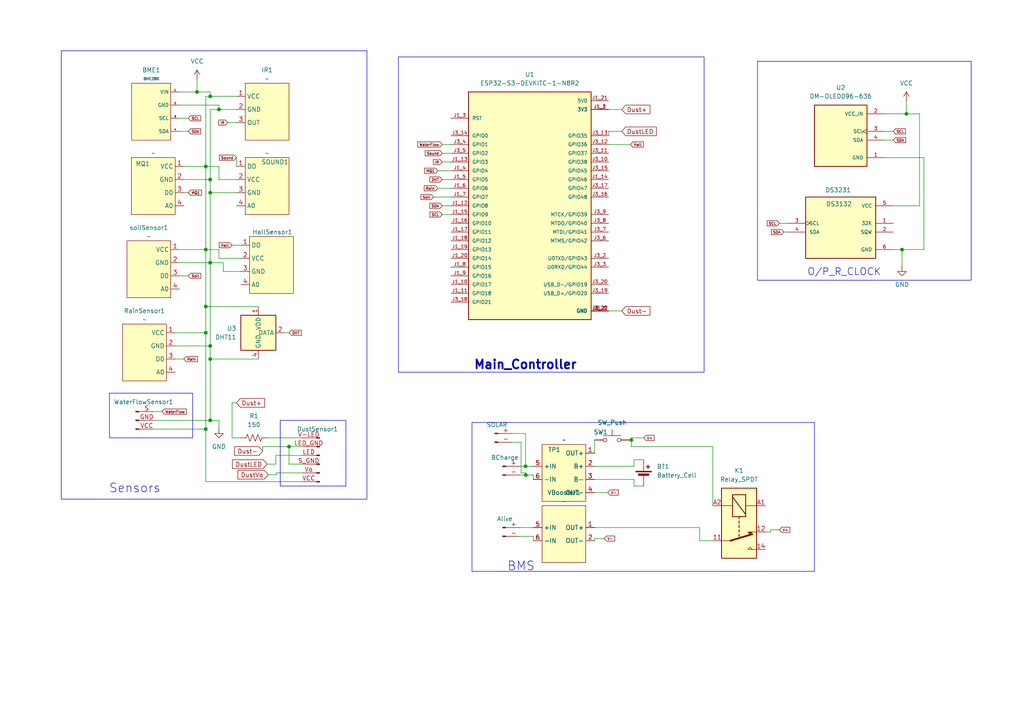
<source format=kicad_sch>
(kicad_sch
	(version 20250114)
	(generator "eeschema")
	(generator_version "9.0")
	(uuid "bccc59ca-be90-4467-b9c1-4e01f390333e")
	(paper "A4")
	(lib_symbols
		(symbol "BME280:BME_280"
			(exclude_from_sim no)
			(in_bom yes)
			(on_board yes)
			(property "Reference" "BME280"
				(at 4.9406 1.0493 0)
				(effects
					(font
						(size 1.27 1.27)
					)
				)
			)
			(property "Value" "BME280"
				(at 2.794 -11.43 0)
				(effects
					(font
						(size 0.762 0.762)
					)
				)
			)
			(property "Footprint" ""
				(at -7.62 -7.366 0)
				(effects
					(font
						(size 1.27 1.27)
					)
					(hide yes)
				)
			)
			(property "Datasheet" ""
				(at 0 0 0)
				(effects
					(font
						(size 1.27 1.27)
					)
					(hide yes)
				)
			)
			(property "Description" ""
				(at 0 0 0)
				(effects
					(font
						(size 1.27 1.27)
					)
					(hide yes)
				)
			)
			(symbol "BME_280_1_1"
				(rectangle
					(start 0.1117 0)
					(end 11.43 -16.51)
					(stroke
						(width 0)
						(type solid)
					)
					(fill
						(type background)
					)
				)
				(pin input line
					(at 13.97 -2.54 180)
					(length 2.54)
					(name "VIN"
						(effects
							(font
								(size 1.016 1.016)
							)
						)
					)
					(number "1"
						(effects
							(font
								(size 0.508 0.508)
							)
						)
					)
				)
				(pin input line
					(at 13.97 -6.35 180)
					(length 2.54)
					(name "GND"
						(effects
							(font
								(size 1.016 1.016)
							)
						)
					)
					(number "2"
						(effects
							(font
								(size 0.508 0.508)
							)
						)
					)
				)
				(pin output line
					(at 13.97 -10.16 180)
					(length 2.54)
					(name "SCL"
						(effects
							(font
								(size 1.016 1.016)
							)
						)
					)
					(number "3"
						(effects
							(font
								(size 0.508 0.508)
							)
						)
					)
				)
				(pin output line
					(at 13.97 -13.97 180)
					(length 2.54)
					(name "SDA"
						(effects
							(font
								(size 1.016 1.016)
							)
						)
					)
					(number "4"
						(effects
							(font
								(size 0.508 0.508)
							)
						)
					)
				)
			)
			(embedded_fonts no)
		)
		(symbol "Connector:Conn_01x02_Pin"
			(pin_names
				(offset 1.016)
				(hide yes)
			)
			(exclude_from_sim no)
			(in_bom yes)
			(on_board yes)
			(property "Reference" "J1"
				(at 0.635 5.08 0)
				(effects
					(font
						(size 1.27 1.27)
					)
					(hide yes)
				)
			)
			(property "Value" "SOLAR"
				(at 0.635 2.54 0)
				(effects
					(font
						(size 1.27 1.27)
					)
				)
			)
			(property "Footprint" "Connector_PinHeader_2.54mm:PinHeader_1x02_P2.54mm_Vertical"
				(at 0 0 0)
				(effects
					(font
						(size 1.27 1.27)
					)
					(hide yes)
				)
			)
			(property "Datasheet" "~"
				(at 0 0 0)
				(effects
					(font
						(size 1.27 1.27)
					)
					(hide yes)
				)
			)
			(property "Description" "Generic connector, single row, 01x02, script generated"
				(at 0 0 0)
				(effects
					(font
						(size 1.27 1.27)
					)
					(hide yes)
				)
			)
			(property "ki_locked" ""
				(at 0 0 0)
				(effects
					(font
						(size 1.27 1.27)
					)
				)
			)
			(property "ki_keywords" "connector"
				(at 0 0 0)
				(effects
					(font
						(size 1.27 1.27)
					)
					(hide yes)
				)
			)
			(property "ki_fp_filters" "Connector*:*_1x??_*"
				(at 0 0 0)
				(effects
					(font
						(size 1.27 1.27)
					)
					(hide yes)
				)
			)
			(symbol "Conn_01x02_Pin_1_1"
				(rectangle
					(start 0.8636 0.127)
					(end 0 -0.127)
					(stroke
						(width 0.1524)
						(type default)
					)
					(fill
						(type outline)
					)
				)
				(rectangle
					(start 0.8636 -2.413)
					(end 0 -2.667)
					(stroke
						(width 0.1524)
						(type default)
					)
					(fill
						(type outline)
					)
				)
				(polyline
					(pts
						(xy 1.27 0) (xy 0.8636 0)
					)
					(stroke
						(width 0.1524)
						(type default)
					)
					(fill
						(type none)
					)
				)
				(polyline
					(pts
						(xy 1.27 -2.54) (xy 0.8636 -2.54)
					)
					(stroke
						(width 0.1524)
						(type default)
					)
					(fill
						(type none)
					)
				)
				(pin passive line
					(at 5.08 0 180)
					(length 3.81)
					(name "Pin_1"
						(effects
							(font
								(size 1.27 1.27)
							)
						)
					)
					(number "+"
						(effects
							(font
								(size 1.27 1.27)
							)
						)
					)
				)
				(pin passive line
					(at 5.08 -2.54 180)
					(length 3.81)
					(name "Pin_2"
						(effects
							(font
								(size 1.27 1.27)
							)
						)
					)
					(number "-"
						(effects
							(font
								(size 1.27 1.27)
							)
						)
					)
				)
			)
			(embedded_fonts no)
		)
		(symbol "Connector:Conn_01x03_Pin"
			(pin_names
				(offset 1.016)
				(hide yes)
			)
			(exclude_from_sim no)
			(in_bom yes)
			(on_board yes)
			(property "Reference" "WaterFlowSensor1"
				(at 2.286 5.334 0)
				(effects
					(font
						(size 1.27 1.27)
					)
				)
			)
			(property "Value" "Conn_01x03_Pin"
				(at 0.635 5.08 0)
				(effects
					(font
						(size 1.27 1.27)
					)
					(hide yes)
				)
			)
			(property "Footprint" "Connector_PinHeader_2.54mm:PinHeader_1x03_P2.54mm_Vertical"
				(at 0.762 -4.826 0)
				(effects
					(font
						(size 1.27 1.27)
					)
					(hide yes)
				)
			)
			(property "Datasheet" "~"
				(at 0 0 0)
				(effects
					(font
						(size 1.27 1.27)
					)
					(hide yes)
				)
			)
			(property "Description" "Generic connector, single row, 01x03, script generated"
				(at 0.254 -5.334 0)
				(effects
					(font
						(size 1.27 1.27)
					)
					(hide yes)
				)
			)
			(property "ki_locked" ""
				(at 0 0 0)
				(effects
					(font
						(size 1.27 1.27)
					)
				)
			)
			(property "ki_keywords" "connector"
				(at 0 0 0)
				(effects
					(font
						(size 1.27 1.27)
					)
					(hide yes)
				)
			)
			(property "ki_fp_filters" "Connector*:*_1x??_*"
				(at 0 0 0)
				(effects
					(font
						(size 1.27 1.27)
					)
					(hide yes)
				)
			)
			(symbol "Conn_01x03_Pin_1_1"
				(rectangle
					(start 0.8636 2.667)
					(end 0 2.413)
					(stroke
						(width 0.1524)
						(type default)
					)
					(fill
						(type outline)
					)
				)
				(rectangle
					(start 0.8636 0.127)
					(end 0 -0.127)
					(stroke
						(width 0.1524)
						(type default)
					)
					(fill
						(type outline)
					)
				)
				(rectangle
					(start 0.8636 -2.413)
					(end 0 -2.667)
					(stroke
						(width 0.1524)
						(type default)
					)
					(fill
						(type outline)
					)
				)
				(polyline
					(pts
						(xy 1.27 2.54) (xy 0.8636 2.54)
					)
					(stroke
						(width 0.1524)
						(type default)
					)
					(fill
						(type none)
					)
				)
				(polyline
					(pts
						(xy 1.27 0) (xy 0.8636 0)
					)
					(stroke
						(width 0.1524)
						(type default)
					)
					(fill
						(type none)
					)
				)
				(polyline
					(pts
						(xy 1.27 -2.54) (xy 0.8636 -2.54)
					)
					(stroke
						(width 0.1524)
						(type default)
					)
					(fill
						(type none)
					)
				)
				(pin passive line
					(at 5.08 2.54 180)
					(length 3.81)
					(name "Pin_1"
						(effects
							(font
								(size 1.27 1.27)
							)
						)
					)
					(number "S"
						(effects
							(font
								(size 1.27 1.27)
							)
						)
					)
				)
				(pin passive line
					(at 5.08 0 180)
					(length 3.81)
					(name "Pin_2"
						(effects
							(font
								(size 1.27 1.27)
							)
						)
					)
					(number "GND"
						(effects
							(font
								(size 1.27 1.27)
							)
						)
					)
				)
				(pin passive line
					(at 5.08 -2.54 180)
					(length 3.81)
					(name "Pin_3"
						(effects
							(font
								(size 1.27 1.27)
							)
						)
					)
					(number "VCC"
						(effects
							(font
								(size 1.27 1.27)
							)
						)
					)
				)
			)
			(embedded_fonts no)
		)
		(symbol "Connector:Conn_01x06_Pin"
			(pin_names
				(offset 1.016)
				(hide yes)
			)
			(exclude_from_sim no)
			(in_bom yes)
			(on_board yes)
			(property "Reference" "DustSensor1"
				(at 0.635 7.62 0)
				(effects
					(font
						(size 1.27 1.27)
					)
				)
			)
			(property "Value" "Conn_01x06_Pin"
				(at 0.635 7.62 0)
				(effects
					(font
						(size 1.27 1.27)
					)
					(hide yes)
				)
			)
			(property "Footprint" "Connector_PinHeader_2.54mm:PinHeader_1x06_P2.54mm_Vertical"
				(at 0 -12.446 0)
				(effects
					(font
						(size 1.27 1.27)
					)
					(hide yes)
				)
			)
			(property "Datasheet" "~"
				(at 0 0 0)
				(effects
					(font
						(size 1.27 1.27)
					)
					(hide yes)
				)
			)
			(property "Description" "Generic connector, single row, 01x06, script generated"
				(at -2.286 -12.446 0)
				(effects
					(font
						(size 1.27 1.27)
					)
					(hide yes)
				)
			)
			(property "ki_locked" ""
				(at 0 0 0)
				(effects
					(font
						(size 1.27 1.27)
					)
				)
			)
			(property "ki_keywords" "connector"
				(at 0 0 0)
				(effects
					(font
						(size 1.27 1.27)
					)
					(hide yes)
				)
			)
			(property "ki_fp_filters" "Connector*:*_1x??_*"
				(at 0 0 0)
				(effects
					(font
						(size 1.27 1.27)
					)
					(hide yes)
				)
			)
			(symbol "Conn_01x06_Pin_1_1"
				(rectangle
					(start 0.8636 5.207)
					(end 0 4.953)
					(stroke
						(width 0.1524)
						(type default)
					)
					(fill
						(type outline)
					)
				)
				(rectangle
					(start 0.8636 2.667)
					(end 0 2.413)
					(stroke
						(width 0.1524)
						(type default)
					)
					(fill
						(type outline)
					)
				)
				(rectangle
					(start 0.8636 0.127)
					(end 0 -0.127)
					(stroke
						(width 0.1524)
						(type default)
					)
					(fill
						(type outline)
					)
				)
				(rectangle
					(start 0.8636 -2.413)
					(end 0 -2.667)
					(stroke
						(width 0.1524)
						(type default)
					)
					(fill
						(type outline)
					)
				)
				(rectangle
					(start 0.8636 -4.953)
					(end 0 -5.207)
					(stroke
						(width 0.1524)
						(type default)
					)
					(fill
						(type outline)
					)
				)
				(rectangle
					(start 0.8636 -7.493)
					(end 0 -7.747)
					(stroke
						(width 0.1524)
						(type default)
					)
					(fill
						(type outline)
					)
				)
				(polyline
					(pts
						(xy 1.27 5.08) (xy 0.8636 5.08)
					)
					(stroke
						(width 0.1524)
						(type default)
					)
					(fill
						(type none)
					)
				)
				(polyline
					(pts
						(xy 1.27 2.54) (xy 0.8636 2.54)
					)
					(stroke
						(width 0.1524)
						(type default)
					)
					(fill
						(type none)
					)
				)
				(polyline
					(pts
						(xy 1.27 0) (xy 0.8636 0)
					)
					(stroke
						(width 0.1524)
						(type default)
					)
					(fill
						(type none)
					)
				)
				(polyline
					(pts
						(xy 1.27 -2.54) (xy 0.8636 -2.54)
					)
					(stroke
						(width 0.1524)
						(type default)
					)
					(fill
						(type none)
					)
				)
				(polyline
					(pts
						(xy 1.27 -5.08) (xy 0.8636 -5.08)
					)
					(stroke
						(width 0.1524)
						(type default)
					)
					(fill
						(type none)
					)
				)
				(polyline
					(pts
						(xy 1.27 -7.62) (xy 0.8636 -7.62)
					)
					(stroke
						(width 0.1524)
						(type default)
					)
					(fill
						(type none)
					)
				)
				(pin passive line
					(at 5.08 5.08 180)
					(length 3.81)
					(name "Pin_1"
						(effects
							(font
								(size 1.27 1.27)
							)
						)
					)
					(number "V-LED"
						(effects
							(font
								(size 1.27 1.27)
							)
						)
					)
				)
				(pin passive line
					(at 5.08 2.54 180)
					(length 3.81)
					(name "Pin_2"
						(effects
							(font
								(size 1.27 1.27)
							)
						)
					)
					(number "LED_GND"
						(effects
							(font
								(size 1.27 1.27)
							)
						)
					)
				)
				(pin passive line
					(at 5.08 0 180)
					(length 3.81)
					(name "Pin_3"
						(effects
							(font
								(size 1.27 1.27)
							)
						)
					)
					(number "LED"
						(effects
							(font
								(size 1.27 1.27)
							)
						)
					)
				)
				(pin passive line
					(at 5.08 -2.54 180)
					(length 3.81)
					(name "Pin_4"
						(effects
							(font
								(size 1.27 1.27)
							)
						)
					)
					(number "S_GND"
						(effects
							(font
								(size 1.27 1.27)
							)
						)
					)
				)
				(pin passive line
					(at 5.08 -5.08 180)
					(length 3.81)
					(name "Pin_5"
						(effects
							(font
								(size 1.27 1.27)
							)
						)
					)
					(number "Vo"
						(effects
							(font
								(size 1.27 1.27)
							)
						)
					)
				)
				(pin passive line
					(at 5.08 -7.62 180)
					(length 3.81)
					(name "Pin_6"
						(effects
							(font
								(size 1.27 1.27)
							)
						)
					)
					(number "VCC"
						(effects
							(font
								(size 1.27 1.27)
							)
						)
					)
				)
			)
			(embedded_fonts no)
		)
		(symbol "DM-OLED096-636:DM-OLED096-636"
			(pin_names
				(offset 1.016)
			)
			(exclude_from_sim no)
			(in_bom yes)
			(on_board yes)
			(property "Reference" "U"
				(at -7.62 10.922 0)
				(effects
					(font
						(size 1.27 1.27)
					)
					(justify left bottom)
				)
			)
			(property "Value" "DM-OLED096-636"
				(at -7.62 -10.16 0)
				(effects
					(font
						(size 1.27 1.27)
					)
					(justify left bottom)
				)
			)
			(property "Footprint" "DM-OLED096-636:MODULE_DM-OLED096-636"
				(at 0 0 0)
				(effects
					(font
						(size 1.27 1.27)
					)
					(justify bottom)
					(hide yes)
				)
			)
			(property "Datasheet" ""
				(at 0 0 0)
				(effects
					(font
						(size 1.27 1.27)
					)
					(hide yes)
				)
			)
			(property "Description" ""
				(at 0 0 0)
				(effects
					(font
						(size 1.27 1.27)
					)
					(hide yes)
				)
			)
			(property "MF" "Display Module"
				(at 0 0 0)
				(effects
					(font
						(size 1.27 1.27)
					)
					(justify bottom)
					(hide yes)
				)
			)
			(property "MAXIMUM_PACKAGE_HEIGHT" "11.3 mm"
				(at 0 0 0)
				(effects
					(font
						(size 1.27 1.27)
					)
					(justify bottom)
					(hide yes)
				)
			)
			(property "Package" "Package"
				(at 0 0 0)
				(effects
					(font
						(size 1.27 1.27)
					)
					(justify bottom)
					(hide yes)
				)
			)
			(property "Price" "None"
				(at 0 0 0)
				(effects
					(font
						(size 1.27 1.27)
					)
					(justify bottom)
					(hide yes)
				)
			)
			(property "Check_prices" "https://www.snapeda.com/parts/DM-OLED096-636/Display+Module/view-part/?ref=eda"
				(at 0 0 0)
				(effects
					(font
						(size 1.27 1.27)
					)
					(justify bottom)
					(hide yes)
				)
			)
			(property "STANDARD" "Manufacturer Recommendations"
				(at 0 0 0)
				(effects
					(font
						(size 1.27 1.27)
					)
					(justify bottom)
					(hide yes)
				)
			)
			(property "PARTREV" "2018-09-10"
				(at 0 0 0)
				(effects
					(font
						(size 1.27 1.27)
					)
					(justify bottom)
					(hide yes)
				)
			)
			(property "SnapEDA_Link" "https://www.snapeda.com/parts/DM-OLED096-636/Display+Module/view-part/?ref=snap"
				(at 0 0 0)
				(effects
					(font
						(size 1.27 1.27)
					)
					(justify bottom)
					(hide yes)
				)
			)
			(property "MP" "DM-OLED096-636"
				(at 0 0 0)
				(effects
					(font
						(size 1.27 1.27)
					)
					(justify bottom)
					(hide yes)
				)
			)
			(property "Description_1" "0.96” 128 X 64 MONOCHROME GRAPHIC OLED DISPLAY MODULE - I2C"
				(at 0 0 0)
				(effects
					(font
						(size 1.27 1.27)
					)
					(justify bottom)
					(hide yes)
				)
			)
			(property "Availability" "Not in stock"
				(at 0 0 0)
				(effects
					(font
						(size 1.27 1.27)
					)
					(justify bottom)
					(hide yes)
				)
			)
			(property "MANUFACTURER" "Displaymodule"
				(at 0 0 0)
				(effects
					(font
						(size 1.27 1.27)
					)
					(justify bottom)
					(hide yes)
				)
			)
			(symbol "DM-OLED096-636_0_0"
				(rectangle
					(start -7.62 -7.62)
					(end 7.62 10.16)
					(stroke
						(width 0.254)
						(type default)
					)
					(fill
						(type background)
					)
				)
				(pin power_in line
					(at 12.7 7.62 180)
					(length 5.08)
					(name "VCC_IN"
						(effects
							(font
								(size 1.016 1.016)
							)
						)
					)
					(number "2"
						(effects
							(font
								(size 1.016 1.016)
							)
						)
					)
				)
				(pin input clock
					(at 12.7 2.54 180)
					(length 5.08)
					(name "SCL"
						(effects
							(font
								(size 1.016 1.016)
							)
						)
					)
					(number "3"
						(effects
							(font
								(size 1.016 1.016)
							)
						)
					)
				)
				(pin bidirectional line
					(at 12.7 0 180)
					(length 5.08)
					(name "SDA"
						(effects
							(font
								(size 1.016 1.016)
							)
						)
					)
					(number "4"
						(effects
							(font
								(size 1.016 1.016)
							)
						)
					)
				)
				(pin power_in line
					(at 12.7 -5.08 180)
					(length 5.08)
					(name "GND"
						(effects
							(font
								(size 1.016 1.016)
							)
						)
					)
					(number "1"
						(effects
							(font
								(size 1.016 1.016)
							)
						)
					)
				)
			)
			(embedded_fonts no)
		)
		(symbol "Device:Battery_Cell"
			(pin_numbers
				(hide yes)
			)
			(pin_names
				(offset 0)
				(hide yes)
			)
			(exclude_from_sim no)
			(in_bom yes)
			(on_board yes)
			(property "Reference" "BT"
				(at 2.54 2.54 0)
				(effects
					(font
						(size 1.27 1.27)
					)
					(justify left)
				)
			)
			(property "Value" "Battery_Cell"
				(at 2.54 0 0)
				(effects
					(font
						(size 1.27 1.27)
					)
					(justify left)
				)
			)
			(property "Footprint" ""
				(at 0 1.524 90)
				(effects
					(font
						(size 1.27 1.27)
					)
					(hide yes)
				)
			)
			(property "Datasheet" "~"
				(at 0 1.524 90)
				(effects
					(font
						(size 1.27 1.27)
					)
					(hide yes)
				)
			)
			(property "Description" "Single-cell battery"
				(at 0 0 0)
				(effects
					(font
						(size 1.27 1.27)
					)
					(hide yes)
				)
			)
			(property "ki_keywords" "battery cell"
				(at 0 0 0)
				(effects
					(font
						(size 1.27 1.27)
					)
					(hide yes)
				)
			)
			(symbol "Battery_Cell_0_1"
				(rectangle
					(start -2.286 1.778)
					(end 2.286 1.524)
					(stroke
						(width 0)
						(type default)
					)
					(fill
						(type outline)
					)
				)
				(rectangle
					(start -1.524 1.016)
					(end 1.524 0.508)
					(stroke
						(width 0)
						(type default)
					)
					(fill
						(type outline)
					)
				)
				(polyline
					(pts
						(xy 0 1.778) (xy 0 2.54)
					)
					(stroke
						(width 0)
						(type default)
					)
					(fill
						(type none)
					)
				)
				(polyline
					(pts
						(xy 0 0.762) (xy 0 0)
					)
					(stroke
						(width 0)
						(type default)
					)
					(fill
						(type none)
					)
				)
				(polyline
					(pts
						(xy 0.762 3.048) (xy 1.778 3.048)
					)
					(stroke
						(width 0.254)
						(type default)
					)
					(fill
						(type none)
					)
				)
				(polyline
					(pts
						(xy 1.27 3.556) (xy 1.27 2.54)
					)
					(stroke
						(width 0.254)
						(type default)
					)
					(fill
						(type none)
					)
				)
			)
			(symbol "Battery_Cell_1_1"
				(pin passive line
					(at 0 5.08 270)
					(length 2.54)
					(name "+"
						(effects
							(font
								(size 1.27 1.27)
							)
						)
					)
					(number "1"
						(effects
							(font
								(size 1.27 1.27)
							)
						)
					)
				)
				(pin passive line
					(at 0 -2.54 90)
					(length 2.54)
					(name "-"
						(effects
							(font
								(size 1.27 1.27)
							)
						)
					)
					(number "2"
						(effects
							(font
								(size 1.27 1.27)
							)
						)
					)
				)
			)
			(embedded_fonts no)
		)
		(symbol "Device:R_US"
			(pin_numbers
				(hide yes)
			)
			(pin_names
				(offset 0)
			)
			(exclude_from_sim no)
			(in_bom yes)
			(on_board yes)
			(property "Reference" "R"
				(at 2.54 0 90)
				(effects
					(font
						(size 1.27 1.27)
					)
				)
			)
			(property "Value" "R_US"
				(at -2.54 0 90)
				(effects
					(font
						(size 1.27 1.27)
					)
				)
			)
			(property "Footprint" ""
				(at 1.016 -0.254 90)
				(effects
					(font
						(size 1.27 1.27)
					)
					(hide yes)
				)
			)
			(property "Datasheet" "~"
				(at 0 0 0)
				(effects
					(font
						(size 1.27 1.27)
					)
					(hide yes)
				)
			)
			(property "Description" "Resistor, US symbol"
				(at 0 0 0)
				(effects
					(font
						(size 1.27 1.27)
					)
					(hide yes)
				)
			)
			(property "ki_keywords" "R res resistor"
				(at 0 0 0)
				(effects
					(font
						(size 1.27 1.27)
					)
					(hide yes)
				)
			)
			(property "ki_fp_filters" "R_*"
				(at 0 0 0)
				(effects
					(font
						(size 1.27 1.27)
					)
					(hide yes)
				)
			)
			(symbol "R_US_0_1"
				(polyline
					(pts
						(xy 0 2.286) (xy 0 2.54)
					)
					(stroke
						(width 0)
						(type default)
					)
					(fill
						(type none)
					)
				)
				(polyline
					(pts
						(xy 0 2.286) (xy 1.016 1.905) (xy 0 1.524) (xy -1.016 1.143) (xy 0 0.762)
					)
					(stroke
						(width 0)
						(type default)
					)
					(fill
						(type none)
					)
				)
				(polyline
					(pts
						(xy 0 0.762) (xy 1.016 0.381) (xy 0 0) (xy -1.016 -0.381) (xy 0 -0.762)
					)
					(stroke
						(width 0)
						(type default)
					)
					(fill
						(type none)
					)
				)
				(polyline
					(pts
						(xy 0 -0.762) (xy 1.016 -1.143) (xy 0 -1.524) (xy -1.016 -1.905) (xy 0 -2.286)
					)
					(stroke
						(width 0)
						(type default)
					)
					(fill
						(type none)
					)
				)
				(polyline
					(pts
						(xy 0 -2.286) (xy 0 -2.54)
					)
					(stroke
						(width 0)
						(type default)
					)
					(fill
						(type none)
					)
				)
			)
			(symbol "R_US_1_1"
				(pin passive line
					(at 0 3.81 270)
					(length 1.27)
					(name "~"
						(effects
							(font
								(size 1.27 1.27)
							)
						)
					)
					(number "1"
						(effects
							(font
								(size 1.27 1.27)
							)
						)
					)
				)
				(pin passive line
					(at 0 -3.81 90)
					(length 1.27)
					(name "~"
						(effects
							(font
								(size 1.27 1.27)
							)
						)
					)
					(number "2"
						(effects
							(font
								(size 1.27 1.27)
							)
						)
					)
				)
			)
			(embedded_fonts no)
		)
		(symbol "ESP32-S3-DEVKITC-1-N8R2:ESP32-S3-DEVKITC-1-N8R2"
			(pin_names
				(offset 1.016)
			)
			(exclude_from_sim no)
			(in_bom yes)
			(on_board yes)
			(property "Reference" "U"
				(at -17.78 35.56 0)
				(effects
					(font
						(size 1.27 1.27)
					)
					(justify left top)
				)
			)
			(property "Value" "ESP32-S3-DEVKITC-1-N8R2"
				(at -17.78 -35.56 0)
				(effects
					(font
						(size 1.27 1.27)
					)
					(justify left bottom)
				)
			)
			(property "Footprint" "ESP32-S3-DEVKITC-1-N8R2:XCVR_ESP32-S3-DEVKITC-1-N8R2"
				(at 0 0 0)
				(effects
					(font
						(size 1.27 1.27)
					)
					(justify bottom)
					(hide yes)
				)
			)
			(property "Datasheet" ""
				(at 0 0 0)
				(effects
					(font
						(size 1.27 1.27)
					)
					(hide yes)
				)
			)
			(property "Description" ""
				(at 0 0 0)
				(effects
					(font
						(size 1.27 1.27)
					)
					(hide yes)
				)
			)
			(property "MF" "Espressif Systems"
				(at 0 0 0)
				(effects
					(font
						(size 1.27 1.27)
					)
					(justify bottom)
					(hide yes)
				)
			)
			(property "Description_1" "WiFi Development Tools - 802.11 ESP32-S3 general-purpose development board, embeds ESP32-S3-WROOM-1-N8R2, with pin header"
				(at 0 0 0)
				(effects
					(font
						(size 1.27 1.27)
					)
					(justify bottom)
					(hide yes)
				)
			)
			(property "Package" "None"
				(at 0 0 0)
				(effects
					(font
						(size 1.27 1.27)
					)
					(justify bottom)
					(hide yes)
				)
			)
			(property "Price" "None"
				(at 0 0 0)
				(effects
					(font
						(size 1.27 1.27)
					)
					(justify bottom)
					(hide yes)
				)
			)
			(property "Check_prices" "https://www.snapeda.com/parts/ESP32-S3-DEVKITC-1-N8R2/Espressif+Systems/view-part/?ref=eda"
				(at 0 0 0)
				(effects
					(font
						(size 1.27 1.27)
					)
					(justify bottom)
					(hide yes)
				)
			)
			(property "STANDARD" "Manufacturer Recommendations"
				(at 0 0 0)
				(effects
					(font
						(size 1.27 1.27)
					)
					(justify bottom)
					(hide yes)
				)
			)
			(property "PARTREV" "V1"
				(at 0 0 0)
				(effects
					(font
						(size 1.27 1.27)
					)
					(justify bottom)
					(hide yes)
				)
			)
			(property "SnapEDA_Link" "https://www.snapeda.com/parts/ESP32-S3-DEVKITC-1-N8R2/Espressif+Systems/view-part/?ref=snap"
				(at 0 0 0)
				(effects
					(font
						(size 1.27 1.27)
					)
					(justify bottom)
					(hide yes)
				)
			)
			(property "MP" "ESP32-S3-DEVKITC-1-N8R2"
				(at 0 0 0)
				(effects
					(font
						(size 1.27 1.27)
					)
					(justify bottom)
					(hide yes)
				)
			)
			(property "Availability" "In Stock"
				(at 0 0 0)
				(effects
					(font
						(size 1.27 1.27)
					)
					(justify bottom)
					(hide yes)
				)
			)
			(property "MANUFACTURER" "Espressif"
				(at 0 0 0)
				(effects
					(font
						(size 1.27 1.27)
					)
					(justify bottom)
					(hide yes)
				)
			)
			(symbol "ESP32-S3-DEVKITC-1-N8R2_0_0"
				(rectangle
					(start -17.78 -33.02)
					(end 17.78 33.02)
					(stroke
						(width 0.254)
						(type default)
					)
					(fill
						(type background)
					)
				)
				(pin input line
					(at -22.86 25.4 0)
					(length 5.08)
					(name "RST"
						(effects
							(font
								(size 1.016 1.016)
							)
						)
					)
					(number "J1_3"
						(effects
							(font
								(size 1.016 1.016)
							)
						)
					)
				)
				(pin bidirectional line
					(at -22.86 20.32 0)
					(length 5.08)
					(name "GPIO0"
						(effects
							(font
								(size 1.016 1.016)
							)
						)
					)
					(number "J3_14"
						(effects
							(font
								(size 1.016 1.016)
							)
						)
					)
				)
				(pin bidirectional line
					(at -22.86 17.78 0)
					(length 5.08)
					(name "GPIO1"
						(effects
							(font
								(size 1.016 1.016)
							)
						)
					)
					(number "J3_4"
						(effects
							(font
								(size 1.016 1.016)
							)
						)
					)
				)
				(pin bidirectional line
					(at -22.86 15.24 0)
					(length 5.08)
					(name "GPIO2"
						(effects
							(font
								(size 1.016 1.016)
							)
						)
					)
					(number "J3_5"
						(effects
							(font
								(size 1.016 1.016)
							)
						)
					)
				)
				(pin bidirectional line
					(at -22.86 12.7 0)
					(length 5.08)
					(name "GPIO3"
						(effects
							(font
								(size 1.016 1.016)
							)
						)
					)
					(number "J1_13"
						(effects
							(font
								(size 1.016 1.016)
							)
						)
					)
				)
				(pin bidirectional line
					(at -22.86 10.16 0)
					(length 5.08)
					(name "GPIO4"
						(effects
							(font
								(size 1.016 1.016)
							)
						)
					)
					(number "J1_4"
						(effects
							(font
								(size 1.016 1.016)
							)
						)
					)
				)
				(pin bidirectional line
					(at -22.86 7.62 0)
					(length 5.08)
					(name "GPIO5"
						(effects
							(font
								(size 1.016 1.016)
							)
						)
					)
					(number "J1_5"
						(effects
							(font
								(size 1.016 1.016)
							)
						)
					)
				)
				(pin bidirectional line
					(at -22.86 5.08 0)
					(length 5.08)
					(name "GPIO6"
						(effects
							(font
								(size 1.016 1.016)
							)
						)
					)
					(number "J1_6"
						(effects
							(font
								(size 1.016 1.016)
							)
						)
					)
				)
				(pin bidirectional line
					(at -22.86 2.54 0)
					(length 5.08)
					(name "GPIO7"
						(effects
							(font
								(size 1.016 1.016)
							)
						)
					)
					(number "J1_7"
						(effects
							(font
								(size 1.016 1.016)
							)
						)
					)
				)
				(pin bidirectional line
					(at -22.86 0 0)
					(length 5.08)
					(name "GPIO8"
						(effects
							(font
								(size 1.016 1.016)
							)
						)
					)
					(number "J1_12"
						(effects
							(font
								(size 1.016 1.016)
							)
						)
					)
				)
				(pin bidirectional line
					(at -22.86 -2.54 0)
					(length 5.08)
					(name "GPIO9"
						(effects
							(font
								(size 1.016 1.016)
							)
						)
					)
					(number "J1_15"
						(effects
							(font
								(size 1.016 1.016)
							)
						)
					)
				)
				(pin bidirectional line
					(at -22.86 -5.08 0)
					(length 5.08)
					(name "GPIO10"
						(effects
							(font
								(size 1.016 1.016)
							)
						)
					)
					(number "J1_16"
						(effects
							(font
								(size 1.016 1.016)
							)
						)
					)
				)
				(pin bidirectional line
					(at -22.86 -7.62 0)
					(length 5.08)
					(name "GPIO11"
						(effects
							(font
								(size 1.016 1.016)
							)
						)
					)
					(number "J1_17"
						(effects
							(font
								(size 1.016 1.016)
							)
						)
					)
				)
				(pin bidirectional line
					(at -22.86 -10.16 0)
					(length 5.08)
					(name "GPIO12"
						(effects
							(font
								(size 1.016 1.016)
							)
						)
					)
					(number "J1_18"
						(effects
							(font
								(size 1.016 1.016)
							)
						)
					)
				)
				(pin bidirectional line
					(at -22.86 -12.7 0)
					(length 5.08)
					(name "GPIO13"
						(effects
							(font
								(size 1.016 1.016)
							)
						)
					)
					(number "J1_19"
						(effects
							(font
								(size 1.016 1.016)
							)
						)
					)
				)
				(pin bidirectional line
					(at -22.86 -15.24 0)
					(length 5.08)
					(name "GPIO14"
						(effects
							(font
								(size 1.016 1.016)
							)
						)
					)
					(number "J1_20"
						(effects
							(font
								(size 1.016 1.016)
							)
						)
					)
				)
				(pin bidirectional line
					(at -22.86 -17.78 0)
					(length 5.08)
					(name "GPIO15"
						(effects
							(font
								(size 1.016 1.016)
							)
						)
					)
					(number "J1_8"
						(effects
							(font
								(size 1.016 1.016)
							)
						)
					)
				)
				(pin bidirectional line
					(at -22.86 -20.32 0)
					(length 5.08)
					(name "GPIO16"
						(effects
							(font
								(size 1.016 1.016)
							)
						)
					)
					(number "J1_9"
						(effects
							(font
								(size 1.016 1.016)
							)
						)
					)
				)
				(pin bidirectional line
					(at -22.86 -22.86 0)
					(length 5.08)
					(name "GPIO17"
						(effects
							(font
								(size 1.016 1.016)
							)
						)
					)
					(number "J1_10"
						(effects
							(font
								(size 1.016 1.016)
							)
						)
					)
				)
				(pin bidirectional line
					(at -22.86 -25.4 0)
					(length 5.08)
					(name "GPIO18"
						(effects
							(font
								(size 1.016 1.016)
							)
						)
					)
					(number "J1_11"
						(effects
							(font
								(size 1.016 1.016)
							)
						)
					)
				)
				(pin bidirectional line
					(at -22.86 -27.94 0)
					(length 5.08)
					(name "GPIO21"
						(effects
							(font
								(size 1.016 1.016)
							)
						)
					)
					(number "J3_18"
						(effects
							(font
								(size 1.016 1.016)
							)
						)
					)
				)
				(pin power_in line
					(at 22.86 30.48 180)
					(length 5.08)
					(name "5V0"
						(effects
							(font
								(size 1.016 1.016)
							)
						)
					)
					(number "J1_21"
						(effects
							(font
								(size 1.016 1.016)
							)
						)
					)
				)
				(pin power_in line
					(at 22.86 27.94 180)
					(length 5.08)
					(name "3V3"
						(effects
							(font
								(size 1.016 1.016)
							)
						)
					)
					(number "J1_1"
						(effects
							(font
								(size 1.016 1.016)
							)
						)
					)
				)
				(pin power_in line
					(at 22.86 27.94 180)
					(length 5.08)
					(name "3V3"
						(effects
							(font
								(size 1.016 1.016)
							)
						)
					)
					(number "J1_2"
						(effects
							(font
								(size 1.016 1.016)
							)
						)
					)
				)
				(pin bidirectional line
					(at 22.86 20.32 180)
					(length 5.08)
					(name "GPIO35"
						(effects
							(font
								(size 1.016 1.016)
							)
						)
					)
					(number "J3_13"
						(effects
							(font
								(size 1.016 1.016)
							)
						)
					)
				)
				(pin bidirectional line
					(at 22.86 17.78 180)
					(length 5.08)
					(name "GPIO36"
						(effects
							(font
								(size 1.016 1.016)
							)
						)
					)
					(number "J3_12"
						(effects
							(font
								(size 1.016 1.016)
							)
						)
					)
				)
				(pin bidirectional line
					(at 22.86 15.24 180)
					(length 5.08)
					(name "GPIO37"
						(effects
							(font
								(size 1.016 1.016)
							)
						)
					)
					(number "J3_11"
						(effects
							(font
								(size 1.016 1.016)
							)
						)
					)
				)
				(pin bidirectional line
					(at 22.86 12.7 180)
					(length 5.08)
					(name "GPIO38"
						(effects
							(font
								(size 1.016 1.016)
							)
						)
					)
					(number "J3_10"
						(effects
							(font
								(size 1.016 1.016)
							)
						)
					)
				)
				(pin bidirectional line
					(at 22.86 10.16 180)
					(length 5.08)
					(name "GPIO45"
						(effects
							(font
								(size 1.016 1.016)
							)
						)
					)
					(number "J3_15"
						(effects
							(font
								(size 1.016 1.016)
							)
						)
					)
				)
				(pin bidirectional line
					(at 22.86 7.62 180)
					(length 5.08)
					(name "GPIO46"
						(effects
							(font
								(size 1.016 1.016)
							)
						)
					)
					(number "J1_14"
						(effects
							(font
								(size 1.016 1.016)
							)
						)
					)
				)
				(pin bidirectional line
					(at 22.86 5.08 180)
					(length 5.08)
					(name "GPIO47"
						(effects
							(font
								(size 1.016 1.016)
							)
						)
					)
					(number "J3_17"
						(effects
							(font
								(size 1.016 1.016)
							)
						)
					)
				)
				(pin bidirectional line
					(at 22.86 2.54 180)
					(length 5.08)
					(name "GPIO48"
						(effects
							(font
								(size 1.016 1.016)
							)
						)
					)
					(number "J3_16"
						(effects
							(font
								(size 1.016 1.016)
							)
						)
					)
				)
				(pin bidirectional line
					(at 22.86 -2.54 180)
					(length 5.08)
					(name "MTCK/GPIO39"
						(effects
							(font
								(size 1.016 1.016)
							)
						)
					)
					(number "J3_9"
						(effects
							(font
								(size 1.016 1.016)
							)
						)
					)
				)
				(pin bidirectional line
					(at 22.86 -5.08 180)
					(length 5.08)
					(name "MTDO/GPIO40"
						(effects
							(font
								(size 1.016 1.016)
							)
						)
					)
					(number "J3_8"
						(effects
							(font
								(size 1.016 1.016)
							)
						)
					)
				)
				(pin bidirectional line
					(at 22.86 -7.62 180)
					(length 5.08)
					(name "MTDI/GPIO41"
						(effects
							(font
								(size 1.016 1.016)
							)
						)
					)
					(number "J3_7"
						(effects
							(font
								(size 1.016 1.016)
							)
						)
					)
				)
				(pin bidirectional line
					(at 22.86 -10.16 180)
					(length 5.08)
					(name "MTMS/GPIO42"
						(effects
							(font
								(size 1.016 1.016)
							)
						)
					)
					(number "J3_6"
						(effects
							(font
								(size 1.016 1.016)
							)
						)
					)
				)
				(pin bidirectional line
					(at 22.86 -15.24 180)
					(length 5.08)
					(name "U0TXD/GPIO43"
						(effects
							(font
								(size 1.016 1.016)
							)
						)
					)
					(number "J3_2"
						(effects
							(font
								(size 1.016 1.016)
							)
						)
					)
				)
				(pin bidirectional line
					(at 22.86 -17.78 180)
					(length 5.08)
					(name "U0RXD/GPIO44"
						(effects
							(font
								(size 1.016 1.016)
							)
						)
					)
					(number "J3_3"
						(effects
							(font
								(size 1.016 1.016)
							)
						)
					)
				)
				(pin bidirectional line
					(at 22.86 -22.86 180)
					(length 5.08)
					(name "USB_D-/GPIO19"
						(effects
							(font
								(size 1.016 1.016)
							)
						)
					)
					(number "J3_20"
						(effects
							(font
								(size 1.016 1.016)
							)
						)
					)
				)
				(pin bidirectional line
					(at 22.86 -25.4 180)
					(length 5.08)
					(name "USB_D+/GPIO20"
						(effects
							(font
								(size 1.016 1.016)
							)
						)
					)
					(number "J3_19"
						(effects
							(font
								(size 1.016 1.016)
							)
						)
					)
				)
				(pin power_in line
					(at 22.86 -30.48 180)
					(length 5.08)
					(name "GND"
						(effects
							(font
								(size 1.016 1.016)
							)
						)
					)
					(number "J1_22"
						(effects
							(font
								(size 1.016 1.016)
							)
						)
					)
				)
				(pin power_in line
					(at 22.86 -30.48 180)
					(length 5.08)
					(name "GND"
						(effects
							(font
								(size 1.016 1.016)
							)
						)
					)
					(number "J3_1"
						(effects
							(font
								(size 1.016 1.016)
							)
						)
					)
				)
				(pin power_in line
					(at 22.86 -30.48 180)
					(length 5.08)
					(name "GND"
						(effects
							(font
								(size 1.016 1.016)
							)
						)
					)
					(number "J3_21"
						(effects
							(font
								(size 1.016 1.016)
							)
						)
					)
				)
				(pin power_in line
					(at 22.86 -30.48 180)
					(length 5.08)
					(name "GND"
						(effects
							(font
								(size 1.016 1.016)
							)
						)
					)
					(number "J3_22"
						(effects
							(font
								(size 1.016 1.016)
							)
						)
					)
				)
			)
			(embedded_fonts no)
		)
		(symbol "HallSensor:HallSensor"
			(exclude_from_sim no)
			(in_bom yes)
			(on_board yes)
			(property "Reference" "HallSensor"
				(at 4.826 1.524 0)
				(effects
					(font
						(size 1.27 1.27)
					)
				)
			)
			(property "Value" ""
				(at 0 0 0)
				(effects
					(font
						(size 1.27 1.27)
					)
				)
			)
			(property "Footprint" ""
				(at 0 0 0)
				(effects
					(font
						(size 1.27 1.27)
					)
					(hide yes)
				)
			)
			(property "Datasheet" ""
				(at 0 0 0)
				(effects
					(font
						(size 1.27 1.27)
					)
					(hide yes)
				)
			)
			(property "Description" ""
				(at 0 0 0)
				(effects
					(font
						(size 1.27 1.27)
					)
					(hide yes)
				)
			)
			(symbol "HallSensor_1_1"
				(rectangle
					(start 0 0)
					(end 12.7 -16.51)
					(stroke
						(width 0)
						(type solid)
					)
					(fill
						(type background)
					)
				)
				(pin input line
					(at 15.24 -2.54 180)
					(length 2.54)
					(name "DO"
						(effects
							(font
								(size 1.27 1.27)
							)
						)
					)
					(number "1"
						(effects
							(font
								(size 1.27 1.27)
							)
						)
					)
				)
				(pin input line
					(at 15.24 -6.35 180)
					(length 2.54)
					(name "VCC"
						(effects
							(font
								(size 1.27 1.27)
							)
						)
					)
					(number "2"
						(effects
							(font
								(size 1.27 1.27)
							)
						)
					)
				)
				(pin input line
					(at 15.24 -10.16 180)
					(length 2.54)
					(name "GND"
						(effects
							(font
								(size 1.27 1.27)
							)
						)
					)
					(number "3"
						(effects
							(font
								(size 1.27 1.27)
							)
						)
					)
				)
				(pin input line
					(at 15.24 -13.97 180)
					(length 2.54)
					(name "A0"
						(effects
							(font
								(size 1.27 1.27)
							)
						)
					)
					(number "4"
						(effects
							(font
								(size 1.27 1.27)
							)
						)
					)
				)
			)
			(embedded_fonts no)
		)
		(symbol "IR:IR"
			(exclude_from_sim no)
			(in_bom yes)
			(on_board yes)
			(property "Reference" "IR"
				(at 2.286 -2.032 0)
				(effects
					(font
						(size 1.27 1.27)
					)
				)
			)
			(property "Value" ""
				(at 0 0 0)
				(effects
					(font
						(size 1.27 1.27)
					)
				)
			)
			(property "Footprint" ""
				(at 0 0 0)
				(effects
					(font
						(size 1.27 1.27)
					)
					(hide yes)
				)
			)
			(property "Datasheet" ""
				(at 0 0 0)
				(effects
					(font
						(size 1.27 1.27)
					)
					(hide yes)
				)
			)
			(property "Description" ""
				(at 0 0 0)
				(effects
					(font
						(size 1.27 1.27)
					)
					(hide yes)
				)
			)
			(symbol "IR_1_1"
				(rectangle
					(start 0 0)
					(end 12.7 -16.51)
					(stroke
						(width 0)
						(type solid)
					)
					(fill
						(type background)
					)
				)
				(pin input line
					(at 15.24 -3.81 180)
					(length 2.54)
					(name "VCC"
						(effects
							(font
								(size 1.27 1.27)
							)
						)
					)
					(number "1"
						(effects
							(font
								(size 1.27 1.27)
							)
						)
					)
				)
				(pin input line
					(at 15.24 -7.62 180)
					(length 2.54)
					(name "GND"
						(effects
							(font
								(size 1.27 1.27)
							)
						)
					)
					(number "2"
						(effects
							(font
								(size 1.27 1.27)
							)
						)
					)
				)
				(pin input line
					(at 15.24 -11.43 180)
					(length 2.54)
					(name "OUT"
						(effects
							(font
								(size 1.27 1.27)
							)
						)
					)
					(number "3"
						(effects
							(font
								(size 1.27 1.27)
							)
						)
					)
				)
			)
			(embedded_fonts no)
		)
		(symbol "MQ:MQ135"
			(exclude_from_sim no)
			(in_bom yes)
			(on_board yes)
			(property "Reference" "MQ135"
				(at 5.334 1.27 0)
				(effects
					(font
						(size 1.27 1.27)
					)
				)
			)
			(property "Value" ""
				(at 0 0 0)
				(effects
					(font
						(size 1.27 1.27)
					)
				)
			)
			(property "Footprint" ""
				(at 0 0 0)
				(effects
					(font
						(size 1.27 1.27)
					)
					(hide yes)
				)
			)
			(property "Datasheet" ""
				(at 0 0 0)
				(effects
					(font
						(size 1.27 1.27)
					)
					(hide yes)
				)
			)
			(property "Description" ""
				(at 0 0 0)
				(effects
					(font
						(size 1.27 1.27)
					)
					(hide yes)
				)
			)
			(symbol "MQ135_1_1"
				(rectangle
					(start 0 0)
					(end 12.7 -16.51)
					(stroke
						(width 0)
						(type solid)
					)
					(fill
						(type background)
					)
				)
				(pin input line
					(at 15.24 -2.54 180)
					(length 2.54)
					(name "VCC"
						(effects
							(font
								(size 1.27 1.27)
							)
						)
					)
					(number "1"
						(effects
							(font
								(size 1.27 1.27)
							)
						)
					)
				)
				(pin input line
					(at 15.24 -6.35 180)
					(length 2.54)
					(name "GND"
						(effects
							(font
								(size 1.27 1.27)
							)
						)
					)
					(number "2"
						(effects
							(font
								(size 1.27 1.27)
							)
						)
					)
				)
				(pin input line
					(at 15.24 -10.16 180)
					(length 2.54)
					(name "D0"
						(effects
							(font
								(size 1.27 1.27)
							)
						)
					)
					(number "3"
						(effects
							(font
								(size 1.27 1.27)
							)
						)
					)
				)
				(pin input line
					(at 15.24 -13.97 180)
					(length 2.54)
					(name "A0"
						(effects
							(font
								(size 1.27 1.27)
							)
						)
					)
					(number "4"
						(effects
							(font
								(size 1.27 1.27)
							)
						)
					)
				)
			)
			(embedded_fonts no)
		)
		(symbol "RainSensor:RainSensor"
			(exclude_from_sim no)
			(in_bom yes)
			(on_board yes)
			(property "Reference" "RainSensor"
				(at 4.572 1.524 0)
				(effects
					(font
						(size 1.27 1.27)
					)
				)
			)
			(property "Value" ""
				(at 0 0 0)
				(effects
					(font
						(size 1.27 1.27)
					)
				)
			)
			(property "Footprint" ""
				(at 0 0 0)
				(effects
					(font
						(size 1.27 1.27)
					)
					(hide yes)
				)
			)
			(property "Datasheet" ""
				(at 0 0 0)
				(effects
					(font
						(size 1.27 1.27)
					)
					(hide yes)
				)
			)
			(property "Description" ""
				(at 0 0 0)
				(effects
					(font
						(size 1.27 1.27)
					)
					(hide yes)
				)
			)
			(symbol "RainSensor_1_1"
				(rectangle
					(start 0 0)
					(end 12.7 -16.51)
					(stroke
						(width 0)
						(type solid)
					)
					(fill
						(type background)
					)
				)
				(pin input line
					(at 15.24 -2.54 180)
					(length 2.54)
					(name "VCC"
						(effects
							(font
								(size 1.27 1.27)
							)
						)
					)
					(number "1"
						(effects
							(font
								(size 1.27 1.27)
							)
						)
					)
				)
				(pin input line
					(at 15.24 -6.35 180)
					(length 2.54)
					(name "GND"
						(effects
							(font
								(size 1.27 1.27)
							)
						)
					)
					(number "2"
						(effects
							(font
								(size 1.27 1.27)
							)
						)
					)
				)
				(pin input line
					(at 15.24 -10.16 180)
					(length 2.54)
					(name "D0"
						(effects
							(font
								(size 1.27 1.27)
							)
						)
					)
					(number "3"
						(effects
							(font
								(size 1.27 1.27)
							)
						)
					)
				)
				(pin input line
					(at 15.24 -13.97 180)
					(length 2.54)
					(name "A0"
						(effects
							(font
								(size 1.27 1.27)
							)
						)
					)
					(number "4"
						(effects
							(font
								(size 1.27 1.27)
							)
						)
					)
				)
			)
			(embedded_fonts no)
		)
		(symbol "Relay:Fujitsu_FTR-LYCA005x"
			(exclude_from_sim no)
			(in_bom yes)
			(on_board yes)
			(property "Reference" "K"
				(at 11.43 3.81 0)
				(effects
					(font
						(size 1.27 1.27)
					)
					(justify left)
				)
			)
			(property "Value" "Fujitsu_FTR-LYCA005x"
				(at 11.43 1.27 0)
				(effects
					(font
						(size 1.27 1.27)
					)
					(justify left)
				)
			)
			(property "Footprint" "Relay_THT:Relay_SPDT_Fujitsu_FTR-LYCA005x_FormC_Vertical"
				(at 11.43 -1.27 0)
				(effects
					(font
						(size 1.27 1.27)
					)
					(justify left)
					(hide yes)
				)
			)
			(property "Datasheet" "https://www.fujitsu.com/sg/imagesgig5/ftr-ly.pdf"
				(at 16.51 -3.81 0)
				(effects
					(font
						(size 1.27 1.27)
					)
					(justify left)
					(hide yes)
				)
			)
			(property "Description" "Relay, SPDT Form C, vertical mount, 5-60V coil, 6A, 250VAC, 28 x 5 x 15mm"
				(at 0 0 0)
				(effects
					(font
						(size 1.27 1.27)
					)
					(hide yes)
				)
			)
			(property "ki_keywords" "6A SPDT Relay"
				(at 0 0 0)
				(effects
					(font
						(size 1.27 1.27)
					)
					(hide yes)
				)
			)
			(property "ki_fp_filters" "Relay*Fujitsu*FTR?LYC*"
				(at 0 0 0)
				(effects
					(font
						(size 1.27 1.27)
					)
					(hide yes)
				)
			)
			(symbol "Fujitsu_FTR-LYCA005x_0_0"
				(polyline
					(pts
						(xy 7.62 5.08) (xy 7.62 2.54) (xy 6.985 3.175) (xy 7.62 3.81)
					)
					(stroke
						(width 0)
						(type default)
					)
					(fill
						(type none)
					)
				)
			)
			(symbol "Fujitsu_FTR-LYCA005x_0_1"
				(rectangle
					(start -10.16 5.08)
					(end 10.16 -5.08)
					(stroke
						(width 0.254)
						(type default)
					)
					(fill
						(type background)
					)
				)
				(rectangle
					(start -8.255 1.905)
					(end -1.905 -1.905)
					(stroke
						(width 0.254)
						(type default)
					)
					(fill
						(type none)
					)
				)
				(polyline
					(pts
						(xy -7.62 -1.905) (xy -2.54 1.905)
					)
					(stroke
						(width 0.254)
						(type default)
					)
					(fill
						(type none)
					)
				)
				(polyline
					(pts
						(xy -5.08 5.08) (xy -5.08 1.905)
					)
					(stroke
						(width 0)
						(type default)
					)
					(fill
						(type none)
					)
				)
				(polyline
					(pts
						(xy -5.08 -5.08) (xy -5.08 -1.905)
					)
					(stroke
						(width 0)
						(type default)
					)
					(fill
						(type none)
					)
				)
				(polyline
					(pts
						(xy -1.905 0) (xy -1.27 0)
					)
					(stroke
						(width 0.254)
						(type default)
					)
					(fill
						(type none)
					)
				)
				(polyline
					(pts
						(xy -0.635 0) (xy 0 0)
					)
					(stroke
						(width 0.254)
						(type default)
					)
					(fill
						(type none)
					)
				)
				(polyline
					(pts
						(xy 0.635 0) (xy 1.27 0)
					)
					(stroke
						(width 0.254)
						(type default)
					)
					(fill
						(type none)
					)
				)
				(polyline
					(pts
						(xy 1.905 0) (xy 2.54 0)
					)
					(stroke
						(width 0.254)
						(type default)
					)
					(fill
						(type none)
					)
				)
				(polyline
					(pts
						(xy 2.54 5.08) (xy 2.54 2.54) (xy 3.175 3.175) (xy 2.54 3.81)
					)
					(stroke
						(width 0)
						(type default)
					)
					(fill
						(type outline)
					)
				)
				(polyline
					(pts
						(xy 3.175 0) (xy 3.81 0)
					)
					(stroke
						(width 0.254)
						(type default)
					)
					(fill
						(type none)
					)
				)
				(polyline
					(pts
						(xy 5.08 -2.54) (xy 3.175 3.81)
					)
					(stroke
						(width 0.508)
						(type default)
					)
					(fill
						(type none)
					)
				)
				(polyline
					(pts
						(xy 5.08 -2.54) (xy 5.08 -5.08)
					)
					(stroke
						(width 0)
						(type default)
					)
					(fill
						(type none)
					)
				)
			)
			(symbol "Fujitsu_FTR-LYCA005x_1_1"
				(pin passive line
					(at -5.08 7.62 270)
					(length 2.54)
					(name "~"
						(effects
							(font
								(size 1.27 1.27)
							)
						)
					)
					(number "A1"
						(effects
							(font
								(size 1.27 1.27)
							)
						)
					)
				)
				(pin passive line
					(at -5.08 -7.62 90)
					(length 2.54)
					(name "~"
						(effects
							(font
								(size 1.27 1.27)
							)
						)
					)
					(number "A2"
						(effects
							(font
								(size 1.27 1.27)
							)
						)
					)
				)
				(pin passive line
					(at 2.54 7.62 270)
					(length 2.54)
					(name "~"
						(effects
							(font
								(size 1.27 1.27)
							)
						)
					)
					(number "12"
						(effects
							(font
								(size 1.27 1.27)
							)
						)
					)
				)
				(pin passive line
					(at 5.08 -7.62 90)
					(length 2.54)
					(name "~"
						(effects
							(font
								(size 1.27 1.27)
							)
						)
					)
					(number "11"
						(effects
							(font
								(size 1.27 1.27)
							)
						)
					)
				)
				(pin passive line
					(at 7.62 7.62 270)
					(length 2.54)
					(name "~"
						(effects
							(font
								(size 1.27 1.27)
							)
						)
					)
					(number "14"
						(effects
							(font
								(size 1.27 1.27)
							)
						)
					)
				)
			)
			(embedded_fonts no)
		)
		(symbol "Sensor:DHT11"
			(exclude_from_sim no)
			(in_bom yes)
			(on_board yes)
			(property "Reference" "U"
				(at -3.81 6.35 0)
				(effects
					(font
						(size 1.27 1.27)
					)
				)
			)
			(property "Value" "DHT11"
				(at 3.81 6.35 0)
				(effects
					(font
						(size 1.27 1.27)
					)
				)
			)
			(property "Footprint" "Sensor:Aosong_DHT11_5.5x12.0_P2.54mm"
				(at 0 -10.16 0)
				(effects
					(font
						(size 1.27 1.27)
					)
					(hide yes)
				)
			)
			(property "Datasheet" "http://akizukidenshi.com/download/ds/aosong/DHT11.pdf"
				(at 3.81 6.35 0)
				(effects
					(font
						(size 1.27 1.27)
					)
					(hide yes)
				)
			)
			(property "Description" "3.3V to 5.5V, temperature and humidity module, DHT11"
				(at 0 0 0)
				(effects
					(font
						(size 1.27 1.27)
					)
					(hide yes)
				)
			)
			(property "ki_keywords" "digital sensor"
				(at 0 0 0)
				(effects
					(font
						(size 1.27 1.27)
					)
					(hide yes)
				)
			)
			(property "ki_fp_filters" "Aosong*DHT11*5.5x12.0*P2.54mm*"
				(at 0 0 0)
				(effects
					(font
						(size 1.27 1.27)
					)
					(hide yes)
				)
			)
			(symbol "DHT11_0_1"
				(rectangle
					(start -5.08 5.08)
					(end 5.08 -5.08)
					(stroke
						(width 0.254)
						(type default)
					)
					(fill
						(type background)
					)
				)
			)
			(symbol "DHT11_1_1"
				(pin no_connect line
					(at -5.08 0 0)
					(length 2.54)
					(hide yes)
					(name "NC"
						(effects
							(font
								(size 1.27 1.27)
							)
						)
					)
					(number "3"
						(effects
							(font
								(size 1.27 1.27)
							)
						)
					)
				)
				(pin power_in line
					(at 0 7.62 270)
					(length 2.54)
					(name "VDD"
						(effects
							(font
								(size 1.27 1.27)
							)
						)
					)
					(number "1"
						(effects
							(font
								(size 1.27 1.27)
							)
						)
					)
				)
				(pin power_in line
					(at 0 -7.62 90)
					(length 2.54)
					(name "GND"
						(effects
							(font
								(size 1.27 1.27)
							)
						)
					)
					(number "4"
						(effects
							(font
								(size 1.27 1.27)
							)
						)
					)
				)
				(pin bidirectional line
					(at 7.62 0 180)
					(length 2.54)
					(name "DATA"
						(effects
							(font
								(size 1.27 1.27)
							)
						)
					)
					(number "2"
						(effects
							(font
								(size 1.27 1.27)
							)
						)
					)
				)
			)
			(embedded_fonts no)
		)
		(symbol "SoilSensor:soilSensor"
			(exclude_from_sim no)
			(in_bom yes)
			(on_board yes)
			(property "Reference" "soilSensor"
				(at 5.842 1.524 0)
				(effects
					(font
						(size 1.27 1.27)
					)
				)
			)
			(property "Value" ""
				(at 0 0 0)
				(effects
					(font
						(size 1.27 1.27)
					)
				)
			)
			(property "Footprint" ""
				(at 0 0 0)
				(effects
					(font
						(size 1.27 1.27)
					)
					(hide yes)
				)
			)
			(property "Datasheet" ""
				(at 0 0 0)
				(effects
					(font
						(size 1.27 1.27)
					)
					(hide yes)
				)
			)
			(property "Description" ""
				(at 0 0 0)
				(effects
					(font
						(size 1.27 1.27)
					)
					(hide yes)
				)
			)
			(symbol "soilSensor_1_1"
				(rectangle
					(start 0 0)
					(end 12.7 -16.51)
					(stroke
						(width 0)
						(type solid)
					)
					(fill
						(type background)
					)
				)
				(pin input line
					(at 15.24 -2.54 180)
					(length 2.54)
					(name "VCC"
						(effects
							(font
								(size 1.27 1.27)
							)
						)
					)
					(number "1"
						(effects
							(font
								(size 1.27 1.27)
							)
						)
					)
				)
				(pin input line
					(at 15.24 -6.35 180)
					(length 2.54)
					(name "GND"
						(effects
							(font
								(size 1.27 1.27)
							)
						)
					)
					(number "2"
						(effects
							(font
								(size 1.27 1.27)
							)
						)
					)
				)
				(pin input line
					(at 15.24 -10.16 180)
					(length 2.54)
					(name "D0"
						(effects
							(font
								(size 1.27 1.27)
							)
						)
					)
					(number "3"
						(effects
							(font
								(size 1.27 1.27)
							)
						)
					)
				)
				(pin input line
					(at 15.24 -13.97 180)
					(length 2.54)
					(name "A0"
						(effects
							(font
								(size 1.27 1.27)
							)
						)
					)
					(number "4"
						(effects
							(font
								(size 1.27 1.27)
							)
						)
					)
				)
			)
			(embedded_fonts no)
		)
		(symbol "Switch:SW_Push"
			(pin_numbers
				(hide yes)
			)
			(pin_names
				(offset 1.016)
				(hide yes)
			)
			(exclude_from_sim no)
			(in_bom yes)
			(on_board yes)
			(property "Reference" "SW"
				(at 1.27 2.54 0)
				(effects
					(font
						(size 1.27 1.27)
					)
					(justify left)
				)
			)
			(property "Value" "SW_Push"
				(at 0 -1.524 0)
				(effects
					(font
						(size 1.27 1.27)
					)
				)
			)
			(property "Footprint" ""
				(at 0 5.08 0)
				(effects
					(font
						(size 1.27 1.27)
					)
					(hide yes)
				)
			)
			(property "Datasheet" "~"
				(at 0 5.08 0)
				(effects
					(font
						(size 1.27 1.27)
					)
					(hide yes)
				)
			)
			(property "Description" "Push button switch, generic, two pins"
				(at 0 0 0)
				(effects
					(font
						(size 1.27 1.27)
					)
					(hide yes)
				)
			)
			(property "ki_keywords" "switch normally-open pushbutton push-button"
				(at 0 0 0)
				(effects
					(font
						(size 1.27 1.27)
					)
					(hide yes)
				)
			)
			(symbol "SW_Push_0_1"
				(circle
					(center -2.032 0)
					(radius 0.508)
					(stroke
						(width 0)
						(type default)
					)
					(fill
						(type none)
					)
				)
				(polyline
					(pts
						(xy 0 1.27) (xy 0 3.048)
					)
					(stroke
						(width 0)
						(type default)
					)
					(fill
						(type none)
					)
				)
				(circle
					(center 2.032 0)
					(radius 0.508)
					(stroke
						(width 0)
						(type default)
					)
					(fill
						(type none)
					)
				)
				(polyline
					(pts
						(xy 2.54 1.27) (xy -2.54 1.27)
					)
					(stroke
						(width 0)
						(type default)
					)
					(fill
						(type none)
					)
				)
				(pin passive line
					(at -5.08 0 0)
					(length 2.54)
					(name "1"
						(effects
							(font
								(size 1.27 1.27)
							)
						)
					)
					(number "1"
						(effects
							(font
								(size 1.27 1.27)
							)
						)
					)
				)
				(pin passive line
					(at 5.08 0 180)
					(length 2.54)
					(name "2"
						(effects
							(font
								(size 1.27 1.27)
							)
						)
					)
					(number "2"
						(effects
							(font
								(size 1.27 1.27)
							)
						)
					)
				)
			)
			(embedded_fonts no)
		)
		(symbol "TC00500:TC00500"
			(pin_names
				(offset 1.016)
			)
			(exclude_from_sim no)
			(in_bom yes)
			(on_board yes)
			(property "Reference" "U"
				(at -10.16 8.89 0)
				(effects
					(font
						(size 1.27 1.27)
					)
					(justify left bottom)
				)
			)
			(property "Value" "TC00500"
				(at -10.16 -11.43 0)
				(effects
					(font
						(size 1.27 1.27)
					)
					(justify left top)
				)
			)
			(property "Footprint" "TC00500:MODULE_TC00500"
				(at 0 0 0)
				(effects
					(font
						(size 1.27 1.27)
					)
					(justify bottom)
					(hide yes)
				)
			)
			(property "Datasheet" ""
				(at 0 0 0)
				(effects
					(font
						(size 1.27 1.27)
					)
					(hide yes)
				)
			)
			(property "Description" ""
				(at 0 0 0)
				(effects
					(font
						(size 1.27 1.27)
					)
					(hide yes)
				)
			)
			(property "MF" "YKS"
				(at 0 0 0)
				(effects
					(font
						(size 1.27 1.27)
					)
					(justify bottom)
					(hide yes)
				)
			)
			(property "MAXIMUM_PACKAGE_HEIGHT" "37.5 mm"
				(at 0 0 0)
				(effects
					(font
						(size 1.27 1.27)
					)
					(justify bottom)
					(hide yes)
				)
			)
			(property "Package" "None"
				(at 0 0 0)
				(effects
					(font
						(size 1.27 1.27)
					)
					(justify bottom)
					(hide yes)
				)
			)
			(property "Price" "None"
				(at 0 0 0)
				(effects
					(font
						(size 1.27 1.27)
					)
					(justify bottom)
					(hide yes)
				)
			)
			(property "Check_prices" "https://www.snapeda.com/parts/TC00500/YKS/view-part/?ref=eda"
				(at 0 0 0)
				(effects
					(font
						(size 1.27 1.27)
					)
					(justify bottom)
					(hide yes)
				)
			)
			(property "STANDARD" "Manufacturer Recommendations"
				(at 0 0 0)
				(effects
					(font
						(size 1.27 1.27)
					)
					(justify bottom)
					(hide yes)
				)
			)
			(property "PARTREV" "N/A"
				(at 0 0 0)
				(effects
					(font
						(size 1.27 1.27)
					)
					(justify bottom)
					(hide yes)
				)
			)
			(property "SnapEDA_Link" "https://www.snapeda.com/parts/TC00500/YKS/view-part/?ref=snap"
				(at 0 0 0)
				(effects
					(font
						(size 1.27 1.27)
					)
					(justify bottom)
					(hide yes)
				)
			)
			(property "MP" "TC00500"
				(at 0 0 0)
				(effects
					(font
						(size 1.27 1.27)
					)
					(justify bottom)
					(hide yes)
				)
			)
			(property "Description_1" "DS3231 AT24C32 IIC module precision Real time clock quare memory for Arduino"
				(at 0 0 0)
				(effects
					(font
						(size 1.27 1.27)
					)
					(justify bottom)
					(hide yes)
				)
			)
			(property "Availability" "Not in stock"
				(at 0 0 0)
				(effects
					(font
						(size 1.27 1.27)
					)
					(justify bottom)
					(hide yes)
				)
			)
			(property "MANUFACTURER" "YKS"
				(at 0 0 0)
				(effects
					(font
						(size 1.27 1.27)
					)
					(justify bottom)
					(hide yes)
				)
			)
			(symbol "TC00500_0_0"
				(rectangle
					(start -10.16 -10.16)
					(end 10.16 7.62)
					(stroke
						(width 0.254)
						(type default)
					)
					(fill
						(type background)
					)
				)
				(pin input clock
					(at -15.24 0 0)
					(length 5.08)
					(name "SCL"
						(effects
							(font
								(size 1.016 1.016)
							)
						)
					)
					(number "3"
						(effects
							(font
								(size 1.016 1.016)
							)
						)
					)
				)
				(pin bidirectional line
					(at -15.24 -2.54 0)
					(length 5.08)
					(name "SDA"
						(effects
							(font
								(size 1.016 1.016)
							)
						)
					)
					(number "4"
						(effects
							(font
								(size 1.016 1.016)
							)
						)
					)
				)
				(pin power_in line
					(at 15.24 5.08 180)
					(length 5.08)
					(name "VCC"
						(effects
							(font
								(size 1.016 1.016)
							)
						)
					)
					(number "5"
						(effects
							(font
								(size 1.016 1.016)
							)
						)
					)
				)
				(pin output line
					(at 15.24 0 180)
					(length 5.08)
					(name "32K"
						(effects
							(font
								(size 1.016 1.016)
							)
						)
					)
					(number "1"
						(effects
							(font
								(size 1.016 1.016)
							)
						)
					)
				)
				(pin output line
					(at 15.24 -2.54 180)
					(length 5.08)
					(name "SQW"
						(effects
							(font
								(size 1.016 1.016)
							)
						)
					)
					(number "2"
						(effects
							(font
								(size 1.016 1.016)
							)
						)
					)
				)
				(pin power_in line
					(at 15.24 -7.62 180)
					(length 5.08)
					(name "GND"
						(effects
							(font
								(size 1.016 1.016)
							)
						)
					)
					(number "6"
						(effects
							(font
								(size 1.016 1.016)
							)
						)
					)
				)
			)
			(embedded_fonts no)
		)
		(symbol "TP4056:TP4056"
			(exclude_from_sim no)
			(in_bom yes)
			(on_board yes)
			(property "Reference" "TP4056"
				(at 3.556 1.524 0)
				(effects
					(font
						(size 1.27 1.27)
					)
				)
			)
			(property "Value" ""
				(at 0 0 0)
				(effects
					(font
						(size 1.27 1.27)
					)
				)
			)
			(property "Footprint" ""
				(at 0 0 0)
				(effects
					(font
						(size 1.27 1.27)
					)
					(hide yes)
				)
			)
			(property "Datasheet" ""
				(at 0 0 0)
				(effects
					(font
						(size 1.27 1.27)
					)
					(hide yes)
				)
			)
			(property "Description" ""
				(at 0 0 0)
				(effects
					(font
						(size 1.27 1.27)
					)
					(hide yes)
				)
			)
			(symbol "TP4056_1_1"
				(rectangle
					(start 0 0)
					(end 12.7 -16.51)
					(stroke
						(width 0)
						(type solid)
					)
					(fill
						(type background)
					)
				)
				(pin input line
					(at -2.54 -6.35 0)
					(length 2.54)
					(name "+IN"
						(effects
							(font
								(size 1.27 1.27)
							)
						)
					)
					(number "5"
						(effects
							(font
								(size 1.27 1.27)
							)
						)
					)
				)
				(pin input line
					(at -2.54 -10.16 0)
					(length 2.54)
					(name "-IN"
						(effects
							(font
								(size 1.27 1.27)
							)
						)
					)
					(number "6"
						(effects
							(font
								(size 1.27 1.27)
							)
						)
					)
				)
				(pin input line
					(at 15.24 -2.54 180)
					(length 2.54)
					(name "OUT+"
						(effects
							(font
								(size 1.27 1.27)
							)
						)
					)
					(number "1"
						(effects
							(font
								(size 1.27 1.27)
							)
						)
					)
				)
				(pin input line
					(at 15.24 -6.35 180)
					(length 2.54)
					(name "B+"
						(effects
							(font
								(size 1.27 1.27)
							)
						)
					)
					(number "2"
						(effects
							(font
								(size 1.27 1.27)
							)
						)
					)
				)
				(pin input line
					(at 15.24 -10.16 180)
					(length 2.54)
					(name "B-"
						(effects
							(font
								(size 1.27 1.27)
							)
						)
					)
					(number "3"
						(effects
							(font
								(size 1.27 1.27)
							)
						)
					)
				)
				(pin input line
					(at 15.24 -13.97 180)
					(length 2.54)
					(name "OUT-"
						(effects
							(font
								(size 1.27 1.27)
							)
						)
					)
					(number "4"
						(effects
							(font
								(size 1.27 1.27)
							)
						)
					)
				)
			)
			(embedded_fonts no)
		)
		(symbol "power:GND"
			(power)
			(pin_numbers
				(hide yes)
			)
			(pin_names
				(offset 0)
				(hide yes)
			)
			(exclude_from_sim no)
			(in_bom yes)
			(on_board yes)
			(property "Reference" "#PWR"
				(at 0 -6.35 0)
				(effects
					(font
						(size 1.27 1.27)
					)
					(hide yes)
				)
			)
			(property "Value" "GND"
				(at 0 -3.81 0)
				(effects
					(font
						(size 1.27 1.27)
					)
				)
			)
			(property "Footprint" ""
				(at 0 0 0)
				(effects
					(font
						(size 1.27 1.27)
					)
					(hide yes)
				)
			)
			(property "Datasheet" ""
				(at 0 0 0)
				(effects
					(font
						(size 1.27 1.27)
					)
					(hide yes)
				)
			)
			(property "Description" "Power symbol creates a global label with name \"GND\" , ground"
				(at 0 0 0)
				(effects
					(font
						(size 1.27 1.27)
					)
					(hide yes)
				)
			)
			(property "ki_keywords" "global power"
				(at 0 0 0)
				(effects
					(font
						(size 1.27 1.27)
					)
					(hide yes)
				)
			)
			(symbol "GND_0_1"
				(polyline
					(pts
						(xy 0 0) (xy 0 -1.27) (xy 1.27 -1.27) (xy 0 -2.54) (xy -1.27 -1.27) (xy 0 -1.27)
					)
					(stroke
						(width 0)
						(type default)
					)
					(fill
						(type none)
					)
				)
			)
			(symbol "GND_1_1"
				(pin power_in line
					(at 0 0 270)
					(length 0)
					(name "~"
						(effects
							(font
								(size 1.27 1.27)
							)
						)
					)
					(number "1"
						(effects
							(font
								(size 1.27 1.27)
							)
						)
					)
				)
			)
			(embedded_fonts no)
		)
		(symbol "power:VCC"
			(power)
			(pin_numbers
				(hide yes)
			)
			(pin_names
				(offset 0)
				(hide yes)
			)
			(exclude_from_sim no)
			(in_bom yes)
			(on_board yes)
			(property "Reference" "#PWR"
				(at 0 -3.81 0)
				(effects
					(font
						(size 1.27 1.27)
					)
					(hide yes)
				)
			)
			(property "Value" "VCC"
				(at 0 3.556 0)
				(effects
					(font
						(size 1.27 1.27)
					)
				)
			)
			(property "Footprint" ""
				(at 0 0 0)
				(effects
					(font
						(size 1.27 1.27)
					)
					(hide yes)
				)
			)
			(property "Datasheet" ""
				(at 0 0 0)
				(effects
					(font
						(size 1.27 1.27)
					)
					(hide yes)
				)
			)
			(property "Description" "Power symbol creates a global label with name \"VCC\""
				(at 0 0 0)
				(effects
					(font
						(size 1.27 1.27)
					)
					(hide yes)
				)
			)
			(property "ki_keywords" "global power"
				(at 0 0 0)
				(effects
					(font
						(size 1.27 1.27)
					)
					(hide yes)
				)
			)
			(symbol "VCC_0_1"
				(polyline
					(pts
						(xy -0.762 1.27) (xy 0 2.54)
					)
					(stroke
						(width 0)
						(type default)
					)
					(fill
						(type none)
					)
				)
				(polyline
					(pts
						(xy 0 2.54) (xy 0.762 1.27)
					)
					(stroke
						(width 0)
						(type default)
					)
					(fill
						(type none)
					)
				)
				(polyline
					(pts
						(xy 0 0) (xy 0 2.54)
					)
					(stroke
						(width 0)
						(type default)
					)
					(fill
						(type none)
					)
				)
			)
			(symbol "VCC_1_1"
				(pin power_in line
					(at 0 0 90)
					(length 0)
					(name "~"
						(effects
							(font
								(size 1.27 1.27)
							)
						)
					)
					(number "1"
						(effects
							(font
								(size 1.27 1.27)
							)
						)
					)
				)
			)
			(embedded_fonts no)
		)
		(symbol "sound sensor:hw_484_sound_sensort"
			(exclude_from_sim no)
			(in_bom yes)
			(on_board yes)
			(property "Reference" "hw484"
				(at 4.826 1.778 0)
				(effects
					(font
						(size 1.27 1.27)
					)
				)
			)
			(property "Value" ""
				(at 0 0 0)
				(effects
					(font
						(size 1.27 1.27)
					)
				)
			)
			(property "Footprint" ""
				(at 0 0 0)
				(effects
					(font
						(size 1.27 1.27)
					)
					(hide yes)
				)
			)
			(property "Datasheet" ""
				(at 0 0 0)
				(effects
					(font
						(size 1.27 1.27)
					)
					(hide yes)
				)
			)
			(property "Description" ""
				(at 0 0 0)
				(effects
					(font
						(size 1.27 1.27)
					)
					(hide yes)
				)
			)
			(symbol "hw_484_sound_sensort_1_1"
				(rectangle
					(start 0 0)
					(end 12.7 -16.51)
					(stroke
						(width 0)
						(type solid)
					)
					(fill
						(type background)
					)
				)
				(pin input line
					(at 15.24 -2.54 180)
					(length 2.54)
					(name "DO"
						(effects
							(font
								(size 1.27 1.27)
							)
						)
					)
					(number "1"
						(effects
							(font
								(size 1.27 1.27)
							)
						)
					)
				)
				(pin input line
					(at 15.24 -6.35 180)
					(length 2.54)
					(name "VCC"
						(effects
							(font
								(size 1.27 1.27)
							)
						)
					)
					(number "2"
						(effects
							(font
								(size 1.27 1.27)
							)
						)
					)
				)
				(pin input line
					(at 15.24 -10.16 180)
					(length 2.54)
					(name "GND"
						(effects
							(font
								(size 1.27 1.27)
							)
						)
					)
					(number "3"
						(effects
							(font
								(size 1.27 1.27)
							)
						)
					)
				)
				(pin input line
					(at 15.24 -13.97 180)
					(length 2.54)
					(name "A0"
						(effects
							(font
								(size 1.27 1.27)
							)
						)
					)
					(number "4"
						(effects
							(font
								(size 1.27 1.27)
							)
						)
					)
				)
			)
			(embedded_fonts no)
		)
		(symbol "voltage booster:V_Booster"
			(exclude_from_sim no)
			(in_bom yes)
			(on_board yes)
			(property "Reference" "VBooster"
				(at 4.318 1.27 0)
				(effects
					(font
						(size 1.27 1.27)
					)
				)
			)
			(property "Value" ""
				(at 0 0 0)
				(effects
					(font
						(size 1.27 1.27)
					)
				)
			)
			(property "Footprint" ""
				(at 0 0 0)
				(effects
					(font
						(size 1.27 1.27)
					)
					(hide yes)
				)
			)
			(property "Datasheet" ""
				(at 0 0 0)
				(effects
					(font
						(size 1.27 1.27)
					)
					(hide yes)
				)
			)
			(property "Description" ""
				(at 0 0 0)
				(effects
					(font
						(size 1.27 1.27)
					)
					(hide yes)
				)
			)
			(symbol "V_Booster_1_1"
				(rectangle
					(start 0 0)
					(end 12.7 -16.51)
					(stroke
						(width 0)
						(type solid)
					)
					(fill
						(type background)
					)
				)
				(pin input line
					(at -2.54 -6.35 0)
					(length 2.54)
					(name "+IN"
						(effects
							(font
								(size 1.27 1.27)
							)
						)
					)
					(number "5"
						(effects
							(font
								(size 1.27 1.27)
							)
						)
					)
				)
				(pin input line
					(at -2.54 -10.16 0)
					(length 2.54)
					(name "-IN"
						(effects
							(font
								(size 1.27 1.27)
							)
						)
					)
					(number "6"
						(effects
							(font
								(size 1.27 1.27)
							)
						)
					)
				)
				(pin input line
					(at 15.24 -6.35 180)
					(length 2.54)
					(name "OUT+"
						(effects
							(font
								(size 1.27 1.27)
							)
						)
					)
					(number "1"
						(effects
							(font
								(size 1.27 1.27)
							)
						)
					)
				)
				(pin input line
					(at 15.24 -10.16 180)
					(length 2.54)
					(name "OUT-"
						(effects
							(font
								(size 1.27 1.27)
							)
						)
					)
					(number "2"
						(effects
							(font
								(size 1.27 1.27)
							)
						)
					)
				)
			)
			(embedded_fonts no)
		)
	)
	(rectangle
		(start 17.78 14.732)
		(end 106.426 144.78)
		(stroke
			(width 0)
			(type default)
		)
		(fill
			(type none)
		)
		(uuid 130f2a54-ec66-4eef-abb0-25a5ea9c741f)
	)
	(rectangle
		(start 81.28 121.92)
		(end 100.33 140.97)
		(stroke
			(width 0)
			(type default)
		)
		(fill
			(type none)
		)
		(uuid 3382b3d2-18e4-44f6-a8a6-05dca654ca72)
	)
	(rectangle
		(start 31.75 114.046)
		(end 55.88 127)
		(stroke
			(width 0)
			(type default)
		)
		(fill
			(type none)
		)
		(uuid 5ac9a67b-7fdb-49c3-a58c-c564f63cb7db)
	)
	(rectangle
		(start 136.8954 122.54)
		(end 236.22 165.72)
		(stroke
			(width 0)
			(type default)
		)
		(fill
			(type none)
		)
		(uuid 90096ac3-faab-468e-aa5f-bea3e7f53763)
	)
	(rectangle
		(start 115.57 16.51)
		(end 204.216 107.95)
		(stroke
			(width 0)
			(type default)
		)
		(fill
			(type none)
		)
		(uuid 99427ed7-726c-44f1-8fff-1eab427c5f1e)
	)
	(rectangle
		(start -54.61 -66.04)
		(end 34.036 -32.512)
		(stroke
			(width 0)
			(type default)
		)
		(fill
			(type none)
		)
		(uuid c1524834-4430-4a83-8680-cca47070fe92)
	)
	(rectangle
		(start 219.71 17.78)
		(end 281.686 81.28)
		(stroke
			(width 0)
			(type default)
		)
		(fill
			(type none)
		)
		(uuid da2c3b83-7dc6-4b08-a635-2fe346455f34)
	)
	(text "Main_Controller\n"
		(exclude_from_sim no)
		(at 152.4 105.918 0)
		(effects
			(font
				(size 2.54 2.54)
				(thickness 0.508)
				(bold yes)
			)
		)
		(uuid "08123f67-dbfd-4338-9dd5-d32747a7a4ce")
	)
	(text "Sensors\n"
		(exclude_from_sim no)
		(at 39.116 141.732 0)
		(effects
			(font
				(size 2.54 2.54)
			)
		)
		(uuid "79f56aed-7ac7-414c-b36f-20d85b787fa2")
	)
	(text "O/P_R_CLOCK\n"
		(exclude_from_sim no)
		(at 244.856 78.994 0)
		(effects
			(font
				(size 2.032 2.032)
			)
		)
		(uuid "80b89f07-3f1c-4e43-8482-d428f76aec1c")
	)
	(text "BMS\n"
		(exclude_from_sim no)
		(at 151.13 164.338 0)
		(effects
			(font
				(size 2.54 2.54)
			)
		)
		(uuid "814c7225-657a-4fb1-a50c-f84c1cfc58cc")
	)
	(junction
		(at 60.96 52.07)
		(diameter 0)
		(color 0 0 0 0)
		(uuid "0319ed31-7c7d-4ca2-8f62-c85fc7cb2885")
	)
	(junction
		(at 63.5 31.75)
		(diameter 0)
		(color 0 0 0 0)
		(uuid "09a773c5-d925-4bc0-8553-34fa1c52f492")
	)
	(junction
		(at 60.96 104.14)
		(diameter 0)
		(color 0 0 0 0)
		(uuid "1281fb86-cd6b-43b2-8be6-4559a76ace19")
	)
	(junction
		(at 60.96 76.2)
		(diameter 0)
		(color 0 0 0 0)
		(uuid "1a9c8d59-959d-4a51-a8de-89ce1d5072dd")
	)
	(junction
		(at 262.89 33.02)
		(diameter 0)
		(color 0 0 0 0)
		(uuid "406475c5-fa14-4a64-b261-1247fb5d6396")
	)
	(junction
		(at 60.96 121.92)
		(diameter 0)
		(color 0 0 0 0)
		(uuid "4738e094-736c-4912-a585-5edb4f14502f")
	)
	(junction
		(at 261.62 72.39)
		(diameter 0)
		(color 0 0 0 0)
		(uuid "5d6d9eb1-c761-4550-aaa3-122c2b02e281")
	)
	(junction
		(at 57.15 26.67)
		(diameter 0)
		(color 0 0 0 0)
		(uuid "77e472d2-5935-47fa-8caa-46be88dcdf60")
	)
	(junction
		(at 59.69 72.39)
		(diameter 0)
		(color 0 0 0 0)
		(uuid "7a6487d2-832e-466c-866c-474c452d33a6")
	)
	(junction
		(at 60.96 27.94)
		(diameter 0)
		(color 0 0 0 0)
		(uuid "9f350824-8e68-4c6c-9e75-738bf42896eb")
	)
	(junction
		(at 152.51 137.78)
		(diameter 0)
		(color 0 0 0 0)
		(uuid "a76b2b0d-f782-4ac5-8584-af52949a5bc4")
	)
	(junction
		(at 59.69 124.46)
		(diameter 0)
		(color 0 0 0 0)
		(uuid "accf317c-bcbc-4cdd-a439-105c1bf5538f")
	)
	(junction
		(at 59.69 88.9)
		(diameter 0)
		(color 0 0 0 0)
		(uuid "b1cb881e-361a-4e4d-be46-cad84288e5e2")
	)
	(junction
		(at 59.69 96.52)
		(diameter 0)
		(color 0 0 0 0)
		(uuid "b750880d-d9cf-4375-b6cb-f8f6fb61295e")
	)
	(junction
		(at 59.69 48.26)
		(diameter 0)
		(color 0 0 0 0)
		(uuid "bbdbcd9b-5787-4b87-8f17-9e527e03ea5d")
	)
	(junction
		(at 183.12 127.62)
		(diameter 0)
		(color 0 0 0 0)
		(uuid "c61c8a0e-e747-4255-ab64-51a36997194a")
	)
	(junction
		(at 60.96 100.33)
		(diameter 0)
		(color 0 0 0 0)
		(uuid "d71aff34-061e-44a0-ae46-3930301e88a3")
	)
	(junction
		(at 60.96 55.88)
		(diameter 0)
		(color 0 0 0 0)
		(uuid "e6ebd227-7384-4440-87c9-5039ed5bc83e")
	)
	(junction
		(at 152.43 135.24)
		(diameter 0)
		(color 0 0 0 0)
		(uuid "f1015015-6940-4745-9e9a-f3ccee369c1c")
	)
	(junction
		(at 83.82 129.54)
		(diameter 0)
		(color 0 0 0 0)
		(uuid "f8268548-fb5d-4fbc-88cb-7ae7c5e60e07")
	)
	(wire
		(pts
			(xy 172.4554 153.02) (xy 202.9354 153.02)
		)
		(stroke
			(width 0)
			(type default)
		)
		(uuid "0174c04a-8689-4082-a6de-a99e6cac9d09")
	)
	(wire
		(pts
			(xy 172.4554 127.62) (xy 172.4554 131.43)
		)
		(stroke
			(width 0)
			(type default)
		)
		(uuid "01c15b6e-eef0-4c15-abc0-09df53a1a458")
	)
	(wire
		(pts
			(xy 256.54 45.72) (xy 267.97 45.72)
		)
		(stroke
			(width 0)
			(type default)
		)
		(uuid "057e938d-8c3f-4872-b670-49c8a968ba16")
	)
	(wire
		(pts
			(xy 87.63 137.16) (xy 80.1794 137.16)
		)
		(stroke
			(width 0)
			(type default)
		)
		(uuid "07261636-0dcc-43cc-a2bb-9c234b14b90d")
	)
	(wire
		(pts
			(xy 52.07 76.2) (xy 60.96 76.2)
		)
		(stroke
			(width 0)
			(type default)
		)
		(uuid "095e6636-48bd-4b5d-bc16-3f6b9e2087f7")
	)
	(wire
		(pts
			(xy 52.07 38.1) (xy 54.61 38.1)
		)
		(stroke
			(width 0)
			(type default)
		)
		(uuid "0d6c0473-bb72-4319-8129-5a339e676dea")
	)
	(wire
		(pts
			(xy 154.6754 155.56) (xy 154.6754 156.83)
		)
		(stroke
			(width 0)
			(type default)
		)
		(uuid "0d986f1a-c22a-4110-bf74-49b034a7a00a")
	)
	(wire
		(pts
			(xy 183.8854 133.35) (xy 186.69 133.35)
		)
		(stroke
			(width 0)
			(type default)
		)
		(uuid "0ed93eb4-64b0-4293-9e8a-d8201b201a2b")
	)
	(wire
		(pts
			(xy 82.55 96.52) (xy 83.82 96.52)
		)
		(stroke
			(width 0)
			(type default)
		)
		(uuid "0f481a0a-8ebe-4855-85e9-0ae3930c1ba2")
	)
	(wire
		(pts
			(xy 44.45 119.38) (xy 46.99 119.38)
		)
		(stroke
			(width 0)
			(type default)
		)
		(uuid "0f8e62e3-5861-4f15-86b9-ae1df8f3d461")
	)
	(wire
		(pts
			(xy 151.13 128.27) (xy 151.13 137.16)
		)
		(stroke
			(width 0)
			(type default)
		)
		(uuid "10a53927-ed7a-4602-8904-51d67be1a21c")
	)
	(wire
		(pts
			(xy 68.58 45.72) (xy 68.58 48.26)
		)
		(stroke
			(width 0)
			(type default)
		)
		(uuid "11f05b28-cd2d-415c-bd19-5fb76530dccc")
	)
	(wire
		(pts
			(xy 128.27 59.69) (xy 130.81 59.69)
		)
		(stroke
			(width 0)
			(type default)
		)
		(uuid "123ba151-77df-4628-b004-054b866e27ce")
	)
	(wire
		(pts
			(xy 262.89 29.21) (xy 262.89 33.02)
		)
		(stroke
			(width 0)
			(type default)
		)
		(uuid "1390914a-8587-4142-a591-eb74507d5dfc")
	)
	(wire
		(pts
			(xy 223.52 153.67) (xy 223.52 154.29)
		)
		(stroke
			(width 0)
			(type default)
		)
		(uuid "1502760c-f6bb-47a6-85c0-6f4dadfdd366")
	)
	(wire
		(pts
			(xy 59.69 139.7) (xy 59.69 124.46)
		)
		(stroke
			(width 0)
			(type default)
		)
		(uuid "1513092c-7d67-4540-9278-1a25f106797d")
	)
	(wire
		(pts
			(xy 83.82 129.54) (xy 76.2 129.54)
		)
		(stroke
			(width 0)
			(type default)
		)
		(uuid "15542d03-34f4-46fb-9812-ef4cc8ce06a1")
	)
	(wire
		(pts
			(xy 151.13 137.16) (xy 152.51 137.16)
		)
		(stroke
			(width 0)
			(type default)
		)
		(uuid "180a367d-be1f-490e-9d32-d8a6ceb728b1")
	)
	(wire
		(pts
			(xy 87.63 134.62) (xy 83.82 134.62)
		)
		(stroke
			(width 0)
			(type default)
		)
		(uuid "1b685460-9b6b-4340-a2ac-acefdea76503")
	)
	(wire
		(pts
			(xy 77.47 134.62) (xy 80.01 134.62)
		)
		(stroke
			(width 0)
			(type default)
		)
		(uuid "1c077fce-b506-4772-9666-1d66560c2521")
	)
	(wire
		(pts
			(xy 76.2 129.54) (xy 76.2 130.81)
		)
		(stroke
			(width 0)
			(type default)
		)
		(uuid "20539454-5e00-45f2-9ca6-fc2034e42d41")
	)
	(wire
		(pts
			(xy 256.54 33.02) (xy 262.89 33.02)
		)
		(stroke
			(width 0)
			(type default)
		)
		(uuid "232f5d78-e698-41ad-ad16-ab97d392458a")
	)
	(wire
		(pts
			(xy 59.69 96.52) (xy 59.69 88.9)
		)
		(stroke
			(width 0)
			(type default)
		)
		(uuid "242aeadf-e316-471f-8390-3981ae5457a3")
	)
	(wire
		(pts
			(xy 66.04 35.56) (xy 68.58 35.56)
		)
		(stroke
			(width 0)
			(type default)
		)
		(uuid "2486ee8e-4db2-4026-a2f5-9052df2e5c71")
	)
	(wire
		(pts
			(xy 52.07 80.01) (xy 54.61 80.01)
		)
		(stroke
			(width 0)
			(type default)
		)
		(uuid "29303049-fc99-4a9c-bcc7-65307c16a80c")
	)
	(wire
		(pts
			(xy 50.8 96.52) (xy 59.69 96.52)
		)
		(stroke
			(width 0)
			(type default)
		)
		(uuid "29769f9b-fb27-40a7-80c9-ed8681066527")
	)
	(wire
		(pts
			(xy 180.34 38.1) (xy 176.53 38.1)
		)
		(stroke
			(width 0)
			(type default)
		)
		(uuid "2a8cfded-ec41-405c-8c7c-1d6ecbb19274")
	)
	(wire
		(pts
			(xy 172.4554 142.86) (xy 176.2654 142.86)
		)
		(stroke
			(width 0)
			(type default)
		)
		(uuid "2ca45bed-8b23-49e7-be34-e573eb30e104")
	)
	(wire
		(pts
			(xy 183.12 129.54) (xy 183.12 127.62)
		)
		(stroke
			(width 0)
			(type default)
		)
		(uuid "2e15534a-8a1f-481b-b037-735fd665eba1")
	)
	(wire
		(pts
			(xy 44.45 124.46) (xy 59.69 124.46)
		)
		(stroke
			(width 0)
			(type default)
		)
		(uuid "315d09de-d478-4a92-8df2-043e9fa9f92d")
	)
	(wire
		(pts
			(xy 63.5 121.92) (xy 60.96 121.92)
		)
		(stroke
			(width 0)
			(type default)
		)
		(uuid "322399d9-1fd1-47e8-bdaa-337913778ee7")
	)
	(wire
		(pts
			(xy 80.01 134.62) (xy 80.01 132.08)
		)
		(stroke
			(width 0)
			(type default)
		)
		(uuid "3812fd2d-a0f8-484b-8e29-7f3e54641adb")
	)
	(wire
		(pts
			(xy 44.45 121.92) (xy 60.96 121.92)
		)
		(stroke
			(width 0)
			(type default)
		)
		(uuid "3b0a7d99-fadb-452d-a6e6-d46ef6bfd453")
	)
	(wire
		(pts
			(xy 183.12 127) (xy 186.69 127)
		)
		(stroke
			(width 0)
			(type default)
		)
		(uuid "3c97e3f0-af9f-4e8c-ac4b-b60c199fcd6e")
	)
	(wire
		(pts
			(xy 67.31 127) (xy 69.85 127)
		)
		(stroke
			(width 0)
			(type default)
		)
		(uuid "40c9e8dd-c0ca-4248-99b4-8c7a3d25eac8")
	)
	(wire
		(pts
			(xy 152.43 125.73) (xy 152.43 135.24)
		)
		(stroke
			(width 0)
			(type default)
		)
		(uuid "440e352e-7042-4288-a4a0-777997d3e6c1")
	)
	(wire
		(pts
			(xy 60.96 26.67) (xy 60.96 27.94)
		)
		(stroke
			(width 0)
			(type default)
		)
		(uuid "459b32ef-5914-4540-af8b-92b9a06b79ad")
	)
	(wire
		(pts
			(xy 172.4554 156.21) (xy 172.4554 156.83)
		)
		(stroke
			(width 0)
			(type default)
		)
		(uuid "467dfc63-557c-45b5-9f91-48523257151b")
	)
	(wire
		(pts
			(xy 223.52 154.29) (xy 221.9854 154.29)
		)
		(stroke
			(width 0)
			(type default)
		)
		(uuid "46ff19ec-4c6b-4f72-8bc9-2c6e9beb69ff")
	)
	(wire
		(pts
			(xy 261.62 72.39) (xy 261.62 77.47)
		)
		(stroke
			(width 0)
			(type default)
		)
		(uuid "494f5adc-0614-4c1e-8f92-1def6cfcf4d8")
	)
	(wire
		(pts
			(xy 77.47 127) (xy 87.63 127)
		)
		(stroke
			(width 0)
			(type default)
		)
		(uuid "4994b0a1-65e7-42da-8870-4c2260abcb62")
	)
	(wire
		(pts
			(xy 69.85 78.74) (xy 64.77 78.74)
		)
		(stroke
			(width 0)
			(type default)
		)
		(uuid "4a99324f-e7a1-436a-9a65-7442c339bd59")
	)
	(wire
		(pts
			(xy 87.63 139.7) (xy 59.69 139.7)
		)
		(stroke
			(width 0)
			(type default)
		)
		(uuid "4b101e7b-58cd-4173-a157-daf1021401f2")
	)
	(wire
		(pts
			(xy 59.69 72.39) (xy 59.69 48.26)
		)
		(stroke
			(width 0)
			(type default)
		)
		(uuid "50cad9db-c1a0-48be-a9cb-0bae5fb48802")
	)
	(wire
		(pts
			(xy 176.53 90.17) (xy 180.34 90.17)
		)
		(stroke
			(width 0)
			(type default)
		)
		(uuid "5222809d-84b6-4eeb-be15-52b32fc3ce09")
	)
	(wire
		(pts
			(xy 182.6154 127.62) (xy 183.12 127.62)
		)
		(stroke
			(width 0)
			(type default)
		)
		(uuid "55159b30-357d-4b2a-8967-867daac4a33c")
	)
	(wire
		(pts
			(xy 50.8 100.33) (xy 60.96 100.33)
		)
		(stroke
			(width 0)
			(type default)
		)
		(uuid "558dec2d-8d62-4757-8082-a1c959d4f93d")
	)
	(wire
		(pts
			(xy 59.69 88.9) (xy 74.93 88.9)
		)
		(stroke
			(width 0)
			(type default)
		)
		(uuid "578cf635-4b08-483b-9ade-62d09a088573")
	)
	(wire
		(pts
			(xy 53.34 52.07) (xy 60.96 52.07)
		)
		(stroke
			(width 0)
			(type default)
		)
		(uuid "594d27af-1d31-472e-8d45-bf60264984d3")
	)
	(wire
		(pts
			(xy 154.6754 137.78) (xy 154.6754 139.05)
		)
		(stroke
			(width 0)
			(type default)
		)
		(uuid "5a6e1193-3ae8-4f50-9c98-4390bd3b0db2")
	)
	(wire
		(pts
			(xy 150.8654 153.02) (xy 154.6754 153.02)
		)
		(stroke
			(width 0)
			(type default)
		)
		(uuid "5bab3e0c-0971-49a7-aa94-3406bbfd1fcc")
	)
	(wire
		(pts
			(xy 57.15 26.67) (xy 60.96 26.67)
		)
		(stroke
			(width 0)
			(type default)
		)
		(uuid "5c129916-1cb2-406d-9f76-35d0fc43c083")
	)
	(wire
		(pts
			(xy 60.96 121.92) (xy 60.96 104.14)
		)
		(stroke
			(width 0)
			(type default)
		)
		(uuid "5c98f464-89c3-494d-8357-57f4fc1d6e36")
	)
	(wire
		(pts
			(xy 63.5 30.48) (xy 63.5 31.75)
		)
		(stroke
			(width 0)
			(type default)
		)
		(uuid "5d652af0-bb3d-4a86-8d47-df6f8797d274")
	)
	(wire
		(pts
			(xy 148.59 125.73) (xy 152.43 125.73)
		)
		(stroke
			(width 0)
			(type default)
		)
		(uuid "611127bd-c5bb-4132-b398-9f2e56c510bb")
	)
	(wire
		(pts
			(xy 59.69 88.9) (xy 59.69 72.39)
		)
		(stroke
			(width 0)
			(type default)
		)
		(uuid "621e0c70-c95a-4c98-a865-250d074ac740")
	)
	(wire
		(pts
			(xy 175.26 156.21) (xy 172.4554 156.21)
		)
		(stroke
			(width 0)
			(type default)
		)
		(uuid "649ac40f-9a9e-4207-b55b-364ba225b2f0")
	)
	(wire
		(pts
			(xy 226.06 153.67) (xy 223.52 153.67)
		)
		(stroke
			(width 0)
			(type default)
		)
		(uuid "66ed03f1-2676-4b7f-9e97-7e34c23510a5")
	)
	(wire
		(pts
			(xy 68.58 31.75) (xy 63.5 31.75)
		)
		(stroke
			(width 0)
			(type default)
		)
		(uuid "699fcc39-fc71-415d-8804-d0143ff6c56d")
	)
	(wire
		(pts
			(xy 60.96 104.14) (xy 60.96 100.33)
		)
		(stroke
			(width 0)
			(type default)
		)
		(uuid "6a6976a7-8e59-41a3-8556-78d336a0ea1c")
	)
	(wire
		(pts
			(xy 69.85 74.93) (xy 63.5 74.93)
		)
		(stroke
			(width 0)
			(type default)
		)
		(uuid "6d6d216d-bc66-4749-af78-331f89b89e5d")
	)
	(wire
		(pts
			(xy 68.58 27.94) (xy 60.96 27.94)
		)
		(stroke
			(width 0)
			(type default)
		)
		(uuid "73b5c4dd-dcde-45d5-8e22-3e4169dba0ae")
	)
	(wire
		(pts
			(xy 60.96 27.94) (xy 59.69 27.94)
		)
		(stroke
			(width 0)
			(type default)
		)
		(uuid "77729cd8-22b7-418b-90ee-f4a30f57fff7")
	)
	(wire
		(pts
			(xy 183.8854 139.05) (xy 183.8854 140.97)
		)
		(stroke
			(width 0)
			(type default)
		)
		(uuid "78031a3f-fb53-495b-b371-816c5a04f068")
	)
	(wire
		(pts
			(xy 128.27 62.23) (xy 130.81 62.23)
		)
		(stroke
			(width 0)
			(type default)
		)
		(uuid "79780057-83a9-4bf4-b836-4f89125ad660")
	)
	(wire
		(pts
			(xy 83.82 134.62) (xy 83.82 129.54)
		)
		(stroke
			(width 0)
			(type default)
		)
		(uuid "7a885fdf-0d20-4e22-8fda-e6ff2c916a60")
	)
	(wire
		(pts
			(xy 80.01 132.08) (xy 87.63 132.08)
		)
		(stroke
			(width 0)
			(type default)
		)
		(uuid "7b13eb82-b97e-4c4e-a07f-dcdc07d4bc02")
	)
	(wire
		(pts
			(xy 128.27 46.99) (xy 130.81 46.99)
		)
		(stroke
			(width 0)
			(type default)
		)
		(uuid "7d4fbabf-905a-4a7e-98aa-c212e738ce03")
	)
	(wire
		(pts
			(xy 128.27 44.45) (xy 130.81 44.45)
		)
		(stroke
			(width 0)
			(type default)
		)
		(uuid "7f7a27fa-9b28-4a98-ac68-a05ae6404a5e")
	)
	(wire
		(pts
			(xy 262.89 33.02) (xy 266.7 33.02)
		)
		(stroke
			(width 0)
			(type default)
		)
		(uuid "7fbe23fe-52b1-43bf-84fc-3a30c7b36439")
	)
	(wire
		(pts
			(xy 127 49.53) (xy 130.81 49.53)
		)
		(stroke
			(width 0)
			(type default)
		)
		(uuid "840bfb35-0249-4292-98e5-aa2a6c28fd3b")
	)
	(wire
		(pts
			(xy 206.7454 146.67) (xy 206.7454 129.54)
		)
		(stroke
			(width 0)
			(type default)
		)
		(uuid "8538f41c-5df9-43c1-9a68-9076e3c07706")
	)
	(wire
		(pts
			(xy 152.51 137.78) (xy 154.6754 137.78)
		)
		(stroke
			(width 0)
			(type default)
		)
		(uuid "860770da-efec-4147-a48e-4757c3c185a9")
	)
	(wire
		(pts
			(xy 125.73 57.15) (xy 130.81 57.15)
		)
		(stroke
			(width 0)
			(type default)
		)
		(uuid "880b4f05-5e2c-4b9c-940e-77f37f0453a8")
	)
	(wire
		(pts
			(xy 59.69 48.26) (xy 63.5 48.26)
		)
		(stroke
			(width 0)
			(type default)
		)
		(uuid "88b52d0d-a901-4f19-b698-fcd9d1296b16")
	)
	(wire
		(pts
			(xy 150.8654 155.56) (xy 154.6754 155.56)
		)
		(stroke
			(width 0)
			(type default)
		)
		(uuid "8a6ed1f7-58fb-418e-b554-0137d3766299")
	)
	(wire
		(pts
			(xy 267.97 45.72) (xy 267.97 72.39)
		)
		(stroke
			(width 0)
			(type default)
		)
		(uuid "8c9e1d59-fa4c-403c-996c-c76fee4aa8f4")
	)
	(wire
		(pts
			(xy 266.7 33.02) (xy 266.7 59.69)
		)
		(stroke
			(width 0)
			(type default)
		)
		(uuid "8d9c7293-d361-463e-91f9-f0049700e1db")
	)
	(wire
		(pts
			(xy 60.96 31.75) (xy 60.96 52.07)
		)
		(stroke
			(width 0)
			(type default)
		)
		(uuid "8f2478aa-547b-44ef-86a0-37fb2ad54d63")
	)
	(wire
		(pts
			(xy 206.7454 129.54) (xy 183.12 129.54)
		)
		(stroke
			(width 0)
			(type default)
		)
		(uuid "8f536731-f6d2-4911-97b4-843ee9313197")
	)
	(wire
		(pts
			(xy 128.27 41.91) (xy 130.81 41.91)
		)
		(stroke
			(width 0)
			(type default)
		)
		(uuid "94e7cebd-7888-49ca-aaf2-7cc11c90ecdc")
	)
	(wire
		(pts
			(xy 152.51 137.16) (xy 152.51 137.78)
		)
		(stroke
			(width 0)
			(type default)
		)
		(uuid "9afdeb78-a8d7-4dbf-a510-05baa4bc5b8f")
	)
	(wire
		(pts
			(xy 172.4554 139.05) (xy 183.8854 139.05)
		)
		(stroke
			(width 0)
			(type default)
		)
		(uuid "9cdf3068-b5f1-4b9c-99e6-15b2ec3aea91")
	)
	(wire
		(pts
			(xy 183.12 127) (xy 183.12 127.62)
		)
		(stroke
			(width 0)
			(type default)
		)
		(uuid "9e5f871b-a0ec-431d-b23f-bad2c1a7c57a")
	)
	(wire
		(pts
			(xy 150.8654 135.24) (xy 152.43 135.24)
		)
		(stroke
			(width 0)
			(type default)
		)
		(uuid "9e94aa1e-d908-45ee-9b07-a6cf0b4518cf")
	)
	(wire
		(pts
			(xy 150.8654 137.78) (xy 152.51 137.78)
		)
		(stroke
			(width 0)
			(type default)
		)
		(uuid "a1238312-d894-4cb3-b03a-53d7a4aca2e8")
	)
	(wire
		(pts
			(xy 183.8854 135.24) (xy 172.4554 135.24)
		)
		(stroke
			(width 0)
			(type default)
		)
		(uuid "a1b9f6ce-0dc1-48d4-a68a-741d9a6a9254")
	)
	(wire
		(pts
			(xy 256.54 40.64) (xy 259.08 40.64)
		)
		(stroke
			(width 0)
			(type default)
		)
		(uuid "a1d1d851-66b7-4a2e-abfb-1eaa84b3f56b")
	)
	(wire
		(pts
			(xy 67.31 116.84) (xy 67.31 127)
		)
		(stroke
			(width 0)
			(type default)
		)
		(uuid "a29cd81a-6a19-48f2-88f2-bf51202cf516")
	)
	(wire
		(pts
			(xy 63.5 124.46) (xy 63.5 121.92)
		)
		(stroke
			(width 0)
			(type default)
		)
		(uuid "a2e65fc1-0133-4c45-8061-7b7930a7b100")
	)
	(wire
		(pts
			(xy 68.58 116.84) (xy 67.31 116.84)
		)
		(stroke
			(width 0)
			(type default)
		)
		(uuid "a4e2e8ca-18a7-496c-af4d-a74a05b277ed")
	)
	(wire
		(pts
			(xy 267.97 72.39) (xy 261.62 72.39)
		)
		(stroke
			(width 0)
			(type default)
		)
		(uuid "a54156ea-9aaa-43c2-95eb-b474f6df3cd3")
	)
	(wire
		(pts
			(xy 63.5 48.26) (xy 63.5 52.07)
		)
		(stroke
			(width 0)
			(type default)
		)
		(uuid "a76c494e-81de-4d69-9c98-0cbf8e89659c")
	)
	(wire
		(pts
			(xy 266.7 59.69) (xy 259.08 59.69)
		)
		(stroke
			(width 0)
			(type default)
		)
		(uuid "a7822c79-446e-42b1-82d4-2a5891625da3")
	)
	(wire
		(pts
			(xy 226.06 64.77) (xy 228.6 64.77)
		)
		(stroke
			(width 0)
			(type default)
		)
		(uuid "a844ebb4-8f69-4fa7-8eb0-36171169b80e")
	)
	(wire
		(pts
			(xy 64.77 76.2) (xy 60.96 76.2)
		)
		(stroke
			(width 0)
			(type default)
		)
		(uuid "a9645fd1-d088-4999-8f88-226404cf40fd")
	)
	(wire
		(pts
			(xy 64.77 78.74) (xy 64.77 76.2)
		)
		(stroke
			(width 0)
			(type default)
		)
		(uuid "aaf2480a-bce2-4936-9252-a0da421c5ec5")
	)
	(wire
		(pts
			(xy 261.62 72.39) (xy 259.08 72.39)
		)
		(stroke
			(width 0)
			(type default)
		)
		(uuid "ab3d6425-a890-472d-8f89-4a4bb337a69e")
	)
	(wire
		(pts
			(xy 176.53 41.91) (xy 182.88 41.91)
		)
		(stroke
			(width 0)
			(type default)
		)
		(uuid "adbbde5a-df1a-4f8a-a39c-2518c433476b")
	)
	(wire
		(pts
			(xy 57.15 22.86) (xy 57.15 26.67)
		)
		(stroke
			(width 0)
			(type default)
		)
		(uuid "b203fb33-7f36-4e34-a956-66f64c568226")
	)
	(wire
		(pts
			(xy 67.31 71.12) (xy 69.85 71.12)
		)
		(stroke
			(width 0)
			(type default)
		)
		(uuid "b311b460-b509-4e96-b753-a41fb5d1dae6")
	)
	(wire
		(pts
			(xy 202.9354 153.02) (xy 202.9354 156.83)
		)
		(stroke
			(width 0)
			(type default)
		)
		(uuid "b5bdaaf2-59f4-455a-a266-b2370bdb0b7a")
	)
	(wire
		(pts
			(xy 148.59 128.27) (xy 151.13 128.27)
		)
		(stroke
			(width 0)
			(type default)
		)
		(uuid "b5d3e85e-d3d4-4c38-ab44-59ccae1584d6")
	)
	(wire
		(pts
			(xy 176.53 31.75) (xy 180.34 31.75)
		)
		(stroke
			(width 0)
			(type default)
		)
		(uuid "b7482a1b-4dd8-4367-ab33-23b73032d789")
	)
	(wire
		(pts
			(xy 127 54.61) (xy 130.81 54.61)
		)
		(stroke
			(width 0)
			(type default)
		)
		(uuid "b79009f6-d0b8-49a4-823d-e6b7d937fb7e")
	)
	(wire
		(pts
			(xy 74.93 104.14) (xy 60.96 104.14)
		)
		(stroke
			(width 0)
			(type default)
		)
		(uuid "b82330d6-7b1e-41ff-8608-378523df28db")
	)
	(wire
		(pts
			(xy 60.96 55.88) (xy 68.58 55.88)
		)
		(stroke
			(width 0)
			(type default)
		)
		(uuid "b83a1c0a-5632-42fc-9fec-43a11e4ff39c")
	)
	(wire
		(pts
			(xy 53.34 55.88) (xy 54.61 55.88)
		)
		(stroke
			(width 0)
			(type default)
		)
		(uuid "bd87ff59-99e7-43dd-a50b-4772bc4a1468")
	)
	(wire
		(pts
			(xy 60.96 100.33) (xy 60.96 76.2)
		)
		(stroke
			(width 0)
			(type default)
		)
		(uuid "bf28540c-50a3-428d-a97d-58996d81b393")
	)
	(wire
		(pts
			(xy 50.8 104.14) (xy 53.34 104.14)
		)
		(stroke
			(width 0)
			(type default)
		)
		(uuid "bfb7bbb4-2f4e-46ce-9af7-ff30d2199990")
	)
	(wire
		(pts
			(xy 80.1794 137.6827) (xy 77.8375 137.6827)
		)
		(stroke
			(width 0)
			(type default)
		)
		(uuid "c06b0549-ee05-4afd-bf6f-ea325f502cba")
	)
	(wire
		(pts
			(xy 59.69 27.94) (xy 59.69 48.26)
		)
		(stroke
			(width 0)
			(type default)
		)
		(uuid "c20e8523-6827-4867-84a6-2fdae60a030d")
	)
	(wire
		(pts
			(xy 52.07 30.48) (xy 63.5 30.48)
		)
		(stroke
			(width 0)
			(type default)
		)
		(uuid "c3b383cd-638a-412c-b08a-bec5cd13509b")
	)
	(wire
		(pts
			(xy 60.96 52.07) (xy 60.96 55.88)
		)
		(stroke
			(width 0)
			(type default)
		)
		(uuid "c928e0f8-06d4-46ca-8f3b-2dbe37640f2a")
	)
	(wire
		(pts
			(xy 52.07 72.39) (xy 59.69 72.39)
		)
		(stroke
			(width 0)
			(type default)
		)
		(uuid "c982ce8f-e109-49a0-a273-a2daeb17a5bf")
	)
	(wire
		(pts
			(xy 183.8854 133.35) (xy 183.8854 135.24)
		)
		(stroke
			(width 0)
			(type default)
		)
		(uuid "cb8a8fa7-b6de-492d-95b2-244e540c67eb")
	)
	(wire
		(pts
			(xy 52.07 34.29) (xy 54.61 34.29)
		)
		(stroke
			(width 0)
			(type default)
		)
		(uuid "cc23d568-8b89-4ce6-8ff3-faaaeba0a9f0")
	)
	(wire
		(pts
			(xy 202.9354 156.83) (xy 206.7454 156.83)
		)
		(stroke
			(width 0)
			(type default)
		)
		(uuid "d1507425-5ff4-4f4c-9705-9030f8bc30ee")
	)
	(wire
		(pts
			(xy 176.53 38.1) (xy 176.53 39.37)
		)
		(stroke
			(width 0)
			(type default)
		)
		(uuid "db504755-2e49-4d8a-8a06-0380b57241a2")
	)
	(wire
		(pts
			(xy 63.5 52.07) (xy 68.58 52.07)
		)
		(stroke
			(width 0)
			(type default)
		)
		(uuid "db8215c7-c836-425d-9b1f-8a0ea16113b5")
	)
	(wire
		(pts
			(xy 63.5 74.93) (xy 63.5 72.39)
		)
		(stroke
			(width 0)
			(type default)
		)
		(uuid "e37c52aa-f045-4edf-8ac0-bd3b425dca99")
	)
	(wire
		(pts
			(xy 152.43 135.24) (xy 154.6754 135.24)
		)
		(stroke
			(width 0)
			(type default)
		)
		(uuid "e38d5c1e-5bae-4c6c-b8fd-1cc111a5ddea")
	)
	(wire
		(pts
			(xy 183.8854 140.97) (xy 186.69 140.97)
		)
		(stroke
			(width 0)
			(type default)
		)
		(uuid "e5303b33-7781-48ec-bf57-c539e76d21fa")
	)
	(wire
		(pts
			(xy 60.96 76.2) (xy 60.96 55.88)
		)
		(stroke
			(width 0)
			(type default)
		)
		(uuid "e998780b-2981-4c48-903d-3cd41efc5456")
	)
	(wire
		(pts
			(xy 256.54 38.1) (xy 259.08 38.1)
		)
		(stroke
			(width 0)
			(type default)
		)
		(uuid "e9bcc1e5-7e45-43ff-854c-60b424c4cdba")
	)
	(wire
		(pts
			(xy 52.07 26.67) (xy 57.15 26.67)
		)
		(stroke
			(width 0)
			(type default)
		)
		(uuid "ecb8aab3-02b8-4dad-91d4-1ad2199cbdcc")
	)
	(wire
		(pts
			(xy 128.27 52.07) (xy 130.81 52.07)
		)
		(stroke
			(width 0)
			(type default)
		)
		(uuid "ed2b2627-8bdc-48c5-81ec-1fa83fffad63")
	)
	(wire
		(pts
			(xy 227.33 67.31) (xy 228.6 67.31)
		)
		(stroke
			(width 0)
			(type default)
		)
		(uuid "ee340702-72a4-44a5-ace1-f898a800a98f")
	)
	(wire
		(pts
			(xy 63.5 31.75) (xy 60.96 31.75)
		)
		(stroke
			(width 0)
			(type default)
		)
		(uuid "f1034ee4-03cd-4c44-8015-cdf41ef784c3")
	)
	(wire
		(pts
			(xy 63.5 72.39) (xy 59.69 72.39)
		)
		(stroke
			(width 0)
			(type default)
		)
		(uuid "f1566a0c-5062-47aa-886a-5c875a836c45")
	)
	(wire
		(pts
			(xy 53.34 48.26) (xy 59.69 48.26)
		)
		(stroke
			(width 0)
			(type default)
		)
		(uuid "f61c3325-9718-495e-b0bd-86a7664f7645")
	)
	(wire
		(pts
			(xy 80.1794 137.16) (xy 80.1794 137.6827)
		)
		(stroke
			(width 0)
			(type default)
		)
		(uuid "f641dcba-34fe-4435-9968-ae56248df2c5")
	)
	(wire
		(pts
			(xy 59.69 124.46) (xy 59.69 96.52)
		)
		(stroke
			(width 0)
			(type default)
		)
		(uuid "f754a293-dbd6-4653-9a8e-e500b665b1c7")
	)
	(wire
		(pts
			(xy 87.63 129.54) (xy 83.82 129.54)
		)
		(stroke
			(width 0)
			(type default)
		)
		(uuid "fd1e614c-3603-48cd-9a84-213c5f0dd0f9")
	)
	(global_label "WaterFlow"
		(shape input)
		(at 46.99 119.38 0)
		(fields_autoplaced yes)
		(effects
			(font
				(size 0.762 0.762)
			)
			(justify left)
		)
		(uuid "0e408a67-6c04-4225-9d52-71f76eefc9a3")
		(property "Intersheetrefs" "${INTERSHEET_REFS}"
			(at 54.4418 119.38 0)
			(effects
				(font
					(size 1.27 1.27)
				)
				(justify left)
				(hide yes)
			)
		)
	)
	(global_label "Sound"
		(shape input)
		(at 68.58 45.72 180)
		(fields_autoplaced yes)
		(effects
			(font
				(size 0.762 0.762)
			)
			(justify right)
		)
		(uuid "113fdb1f-7b1e-4544-b061-202ac65f04a5")
		(property "Intersheetrefs" "${INTERSHEET_REFS}"
			(at 63.3053 45.72 0)
			(effects
				(font
					(size 1.27 1.27)
				)
				(justify right)
				(hide yes)
			)
		)
	)
	(global_label "WaterFlow"
		(shape input)
		(at 128.27 41.91 180)
		(fields_autoplaced yes)
		(effects
			(font
				(size 0.762 0.762)
			)
			(justify right)
		)
		(uuid "15cdc60f-e7d0-4885-bd20-f060cc7a7fb0")
		(property "Intersheetrefs" "${INTERSHEET_REFS}"
			(at 120.8182 41.91 0)
			(effects
				(font
					(size 1.27 1.27)
				)
				(justify right)
				(hide yes)
			)
		)
	)
	(global_label "Hall"
		(shape input)
		(at 67.31 71.12 180)
		(fields_autoplaced yes)
		(effects
			(font
				(size 0.762 0.762)
			)
			(justify right)
		)
		(uuid "18707d91-b25f-4aa8-8570-182b591dda56")
		(property "Intersheetrefs" "${INTERSHEET_REFS}"
			(at 63.2327 71.12 0)
			(effects
				(font
					(size 1.27 1.27)
				)
				(justify right)
				(hide yes)
			)
		)
	)
	(global_label "MQ1"
		(shape input)
		(at 54.61 55.88 0)
		(fields_autoplaced yes)
		(effects
			(font
				(size 0.762 0.762)
			)
			(justify left)
		)
		(uuid "1ea041fa-52a0-4bbd-b4ab-4142cd3c975b")
		(property "Intersheetrefs" "${INTERSHEET_REFS}"
			(at 58.7963 55.88 0)
			(effects
				(font
					(size 1.27 1.27)
				)
				(justify left)
				(hide yes)
			)
		)
	)
	(global_label "IR"
		(shape input)
		(at 66.04 35.56 180)
		(fields_autoplaced yes)
		(effects
			(font
				(size 0.762 0.762)
			)
			(justify right)
		)
		(uuid "23747f56-8c54-494c-a56d-2888f3a39f40")
		(property "Intersheetrefs" "${INTERSHEET_REFS}"
			(at 61.18 35.56 0)
			(effects
				(font
					(size 1.27 1.27)
				)
				(justify right)
				(hide yes)
			)
		)
	)
	(global_label "V+"
		(shape input)
		(at 226.06 153.67 0)
		(fields_autoplaced yes)
		(effects
			(font
				(size 0.762 0.762)
			)
			(justify left)
		)
		(uuid "4248ef6e-82f0-4562-a7d8-c6f7d00a51a3")
		(property "Intersheetrefs" "${INTERSHEET_REFS}"
			(at 231.7062 153.67 0)
			(effects
				(font
					(size 1.27 1.27)
				)
				(justify left)
				(hide yes)
			)
		)
	)
	(global_label "IR"
		(shape input)
		(at 128.27 46.99 180)
		(fields_autoplaced yes)
		(effects
			(font
				(size 0.762 0.762)
			)
			(justify right)
		)
		(uuid "44d8062e-086c-4648-a816-64c557013a59")
		(property "Intersheetrefs" "${INTERSHEET_REFS}"
			(at 123.41 46.99 0)
			(effects
				(font
					(size 1.27 1.27)
				)
				(justify right)
				(hide yes)
			)
		)
	)
	(global_label "DustLED"
		(shape input)
		(at 77.47 134.62 180)
		(fields_autoplaced yes)
		(effects
			(font
				(size 1.27 1.27)
			)
			(justify right)
		)
		(uuid "5098a8f1-bd5e-4fff-8df5-ace7777b0743")
		(property "Intersheetrefs" "${INTERSHEET_REFS}"
			(at 66.8649 134.62 0)
			(effects
				(font
					(size 1.27 1.27)
				)
				(justify right)
				(hide yes)
			)
		)
	)
	(global_label "SCL"
		(shape input)
		(at 54.61 34.29 0)
		(fields_autoplaced yes)
		(effects
			(font
				(size 0.762 0.762)
			)
			(justify left)
		)
		(uuid "51b9060b-03d4-4dc3-b67f-bfa826b74109")
		(property "Intersheetrefs" "${INTERSHEET_REFS}"
			(at 58.506 34.29 0)
			(effects
				(font
					(size 1.27 1.27)
				)
				(justify left)
				(hide yes)
			)
		)
	)
	(global_label "Soil"
		(shape input)
		(at 125.73 57.15 180)
		(fields_autoplaced yes)
		(effects
			(font
				(size 0.762 0.762)
			)
			(justify right)
		)
		(uuid "529ad0bc-f9ef-425c-b1da-3839f6b2939f")
		(property "Intersheetrefs" "${INTERSHEET_REFS}"
			(at 121.7615 57.15 0)
			(effects
				(font
					(size 1.27 1.27)
				)
				(justify right)
				(hide yes)
			)
		)
	)
	(global_label "Rain"
		(shape input)
		(at 127 54.61 180)
		(fields_autoplaced yes)
		(effects
			(font
				(size 0.762 0.762)
			)
			(justify right)
		)
		(uuid "5bbf00e4-2b92-41a4-9a43-5d7c2cc2687e")
		(property "Intersheetrefs" "${INTERSHEET_REFS}"
			(at 122.7049 54.61 0)
			(effects
				(font
					(size 1.27 1.27)
				)
				(justify right)
				(hide yes)
			)
		)
	)
	(global_label "Soil"
		(shape input)
		(at 54.61 80.01 0)
		(fields_autoplaced yes)
		(effects
			(font
				(size 0.762 0.762)
			)
			(justify left)
		)
		(uuid "5f93ecdd-b83f-4a57-af26-46a8b152840e")
		(property "Intersheetrefs" "${INTERSHEET_REFS}"
			(at 58.5785 80.01 0)
			(effects
				(font
					(size 1.27 1.27)
				)
				(justify left)
				(hide yes)
			)
		)
	)
	(global_label "DustLED"
		(shape input)
		(at 180.34 38.1 0)
		(fields_autoplaced yes)
		(effects
			(font
				(size 1.27 1.27)
			)
			(justify left)
		)
		(uuid "66fc8350-caa6-4326-9ce2-8971b688813c")
		(property "Intersheetrefs" "${INTERSHEET_REFS}"
			(at 190.9451 38.1 0)
			(effects
				(font
					(size 1.27 1.27)
				)
				(justify left)
				(hide yes)
			)
		)
	)
	(global_label "V-"
		(shape input)
		(at 176.2654 142.86 0)
		(fields_autoplaced yes)
		(effects
			(font
				(size 0.762 0.762)
			)
			(justify left)
		)
		(uuid "72c8e6f3-0e22-4af4-9ff9-84189e2d26dc")
		(property "Intersheetrefs" "${INTERSHEET_REFS}"
			(at 181.9116 142.86 0)
			(effects
				(font
					(size 1.27 1.27)
				)
				(justify left)
				(hide yes)
			)
		)
	)
	(global_label "DHT"
		(shape input)
		(at 128.27 52.07 180)
		(fields_autoplaced yes)
		(effects
			(font
				(size 0.762 0.762)
			)
			(justify right)
		)
		(uuid "7ae1543c-8769-4c2e-9691-131b45a90c5f")
		(property "Intersheetrefs" "${INTERSHEET_REFS}"
			(at 124.3377 52.07 0)
			(effects
				(font
					(size 1.27 1.27)
				)
				(justify right)
				(hide yes)
			)
		)
	)
	(global_label "SCL"
		(shape input)
		(at 259.08 38.1 0)
		(fields_autoplaced yes)
		(effects
			(font
				(size 0.762 0.762)
			)
			(justify left)
		)
		(uuid "7b304de2-6c5d-411f-98fa-74c5129e9cc3")
		(property "Intersheetrefs" "${INTERSHEET_REFS}"
			(at 262.976 38.1 0)
			(effects
				(font
					(size 1.27 1.27)
				)
				(justify left)
				(hide yes)
			)
		)
	)
	(global_label "SDA"
		(shape input)
		(at 259.08 40.64 0)
		(fields_autoplaced yes)
		(effects
			(font
				(size 0.762 0.762)
			)
			(justify left)
		)
		(uuid "8352094e-ecff-4d5a-981f-025788a35bef")
		(property "Intersheetrefs" "${INTERSHEET_REFS}"
			(at 263.0122 40.64 0)
			(effects
				(font
					(size 1.27 1.27)
				)
				(justify left)
				(hide yes)
			)
		)
	)
	(global_label "Dust+"
		(shape input)
		(at 68.58 116.84 0)
		(fields_autoplaced yes)
		(effects
			(font
				(size 1.27 1.27)
			)
			(justify left)
		)
		(uuid "8b5e9c7e-bca3-4da2-86c1-e3627e8252c7")
		(property "Intersheetrefs" "${INTERSHEET_REFS}"
			(at 77.3104 116.84 0)
			(effects
				(font
					(size 1.27 1.27)
				)
				(justify left)
				(hide yes)
			)
		)
	)
	(global_label "Dust-"
		(shape input)
		(at 76.2 130.81 180)
		(fields_autoplaced yes)
		(effects
			(font
				(size 1.27 1.27)
			)
			(justify right)
		)
		(uuid "9653a729-12da-4c14-8dc3-3745e9b08a9d")
		(property "Intersheetrefs" "${INTERSHEET_REFS}"
			(at 67.4696 130.81 0)
			(effects
				(font
					(size 1.27 1.27)
				)
				(justify right)
				(hide yes)
			)
		)
	)
	(global_label "Hall"
		(shape input)
		(at 182.88 41.91 0)
		(fields_autoplaced yes)
		(effects
			(font
				(size 0.762 0.762)
			)
			(justify left)
		)
		(uuid "9bfa4066-a686-47dd-bc31-21a94e80768f")
		(property "Intersheetrefs" "${INTERSHEET_REFS}"
			(at 186.9573 41.91 0)
			(effects
				(font
					(size 1.27 1.27)
				)
				(justify left)
				(hide yes)
			)
		)
	)
	(global_label "V-"
		(shape input)
		(at 175.26 156.21 0)
		(fields_autoplaced yes)
		(effects
			(font
				(size 0.762 0.762)
			)
			(justify left)
		)
		(uuid "ab5123f9-1cf2-476f-aeed-e50d9ed9dfe4")
		(property "Intersheetrefs" "${INTERSHEET_REFS}"
			(at 180.9062 156.21 0)
			(effects
				(font
					(size 1.27 1.27)
				)
				(justify left)
				(hide yes)
			)
		)
	)
	(global_label "SDA"
		(shape input)
		(at 54.61 38.1 0)
		(fields_autoplaced yes)
		(effects
			(font
				(size 0.762 0.762)
			)
			(justify left)
		)
		(uuid "ad29d0fe-7c7f-4965-ae8d-5aef0801c8d1")
		(property "Intersheetrefs" "${INTERSHEET_REFS}"
			(at 58.5422 38.1 0)
			(effects
				(font
					(size 1.27 1.27)
				)
				(justify left)
				(hide yes)
			)
		)
	)
	(global_label "SCL"
		(shape input)
		(at 226.06 64.77 180)
		(fields_autoplaced yes)
		(effects
			(font
				(size 0.762 0.762)
			)
			(justify right)
		)
		(uuid "b3d5f8ac-fbf0-43b0-b90a-28b4d0305303")
		(property "Intersheetrefs" "${INTERSHEET_REFS}"
			(at 222.164 64.77 0)
			(effects
				(font
					(size 1.27 1.27)
				)
				(justify right)
				(hide yes)
			)
		)
	)
	(global_label "Dust+"
		(shape input)
		(at 180.34 31.75 0)
		(fields_autoplaced yes)
		(effects
			(font
				(size 1.27 1.27)
			)
			(justify left)
		)
		(uuid "b5587bb4-5f34-4ff6-95de-0c8c5308a6f5")
		(property "Intersheetrefs" "${INTERSHEET_REFS}"
			(at 189.0704 31.75 0)
			(effects
				(font
					(size 1.27 1.27)
				)
				(justify left)
				(hide yes)
			)
		)
	)
	(global_label "SDA"
		(shape input)
		(at 227.33 67.31 180)
		(fields_autoplaced yes)
		(effects
			(font
				(size 0.762 0.762)
			)
			(justify right)
		)
		(uuid "bb4ca16c-5356-4872-8391-d10d228d9522")
		(property "Intersheetrefs" "${INTERSHEET_REFS}"
			(at 223.3978 67.31 0)
			(effects
				(font
					(size 1.27 1.27)
				)
				(justify right)
				(hide yes)
			)
		)
	)
	(global_label "DustVo"
		(shape input)
		(at 77.8375 137.6827 180)
		(fields_autoplaced yes)
		(effects
			(font
				(size 1.27 1.27)
			)
			(justify right)
		)
		(uuid "c9f50ab8-5920-43a4-bae3-4065b0ef5d8a")
		(property "Intersheetrefs" "${INTERSHEET_REFS}"
			(at 68.4419 137.6827 0)
			(effects
				(font
					(size 1.27 1.27)
				)
				(justify right)
				(hide yes)
			)
		)
	)
	(global_label "SDA"
		(shape input)
		(at 128.27 59.69 180)
		(fields_autoplaced yes)
		(effects
			(font
				(size 0.762 0.762)
			)
			(justify right)
		)
		(uuid "d9d58828-596a-4777-9a36-cda661fc31b4")
		(property "Intersheetrefs" "${INTERSHEET_REFS}"
			(at 124.3378 59.69 0)
			(effects
				(font
					(size 1.27 1.27)
				)
				(justify right)
				(hide yes)
			)
		)
	)
	(global_label "MQ1"
		(shape input)
		(at 127 49.53 180)
		(fields_autoplaced yes)
		(effects
			(font
				(size 0.762 0.762)
			)
			(justify right)
		)
		(uuid "dcce5047-06d3-45e4-91a3-bb929d99a845")
		(property "Intersheetrefs" "${INTERSHEET_REFS}"
			(at 122.8137 49.53 0)
			(effects
				(font
					(size 1.27 1.27)
				)
				(justify right)
				(hide yes)
			)
		)
	)
	(global_label "DHT"
		(shape input)
		(at 83.82 96.52 0)
		(fields_autoplaced yes)
		(effects
			(font
				(size 0.762 0.762)
			)
			(justify left)
		)
		(uuid "e5ca634f-caec-4a7a-bc70-8a4693aee2af")
		(property "Intersheetrefs" "${INTERSHEET_REFS}"
			(at 87.7523 96.52 0)
			(effects
				(font
					(size 1.27 1.27)
				)
				(justify left)
				(hide yes)
			)
		)
	)
	(global_label "V+"
		(shape input)
		(at 186.69 127 0)
		(fields_autoplaced yes)
		(effects
			(font
				(size 0.762 0.762)
			)
			(justify left)
		)
		(uuid "e7cd029f-fba5-4bda-8ca1-c197552a0649")
		(property "Intersheetrefs" "${INTERSHEET_REFS}"
			(at 192.3362 127 0)
			(effects
				(font
					(size 1.27 1.27)
				)
				(justify left)
				(hide yes)
			)
		)
	)
	(global_label "Sound"
		(shape input)
		(at 128.27 44.45 180)
		(fields_autoplaced yes)
		(effects
			(font
				(size 0.762 0.762)
			)
			(justify right)
		)
		(uuid "e8e1c6f3-7039-432e-9dfb-fd2df8665662")
		(property "Intersheetrefs" "${INTERSHEET_REFS}"
			(at 122.9953 44.45 0)
			(effects
				(font
					(size 1.27 1.27)
				)
				(justify right)
				(hide yes)
			)
		)
	)
	(global_label "Dust-"
		(shape input)
		(at 180.34 90.17 0)
		(fields_autoplaced yes)
		(effects
			(font
				(size 1.27 1.27)
			)
			(justify left)
		)
		(uuid "ef9d9146-d6d1-43e0-8924-67fc6f2e8d4d")
		(property "Intersheetrefs" "${INTERSHEET_REFS}"
			(at 189.0704 90.17 0)
			(effects
				(font
					(size 1.27 1.27)
				)
				(justify left)
				(hide yes)
			)
		)
	)
	(global_label "Rain"
		(shape input)
		(at 53.34 104.14 0)
		(fields_autoplaced yes)
		(effects
			(font
				(size 0.762 0.762)
			)
			(justify left)
		)
		(uuid "f67e946f-a1a0-4cf1-99ce-c49d50afddc1")
		(property "Intersheetrefs" "${INTERSHEET_REFS}"
			(at 57.6351 104.14 0)
			(effects
				(font
					(size 1.27 1.27)
				)
				(justify left)
				(hide yes)
			)
		)
	)
	(global_label "SCL"
		(shape input)
		(at 128.27 62.23 180)
		(fields_autoplaced yes)
		(effects
			(font
				(size 0.762 0.762)
			)
			(justify right)
		)
		(uuid "fcc59740-dea7-4c96-87d5-0ccfac5c24fd")
		(property "Intersheetrefs" "${INTERSHEET_REFS}"
			(at 124.374 62.23 0)
			(effects
				(font
					(size 1.27 1.27)
				)
				(justify right)
				(hide yes)
			)
		)
	)
	(symbol
		(lib_id "Connector:Conn_01x03_Pin")
		(at 39.37 121.92 0)
		(unit 1)
		(exclude_from_sim no)
		(in_bom yes)
		(on_board yes)
		(dnp no)
		(uuid "0c967754-d907-43ca-b7fd-3cd3d04b10bb")
		(property "Reference" "WaterFlowSensor1"
			(at 41.656 116.586 0)
			(effects
				(font
					(size 1.27 1.27)
				)
			)
		)
		(property "Value" "Conn_01x03_Pin"
			(at 40.005 116.84 0)
			(effects
				(font
					(size 1.27 1.27)
				)
				(hide yes)
			)
		)
		(property "Footprint" "Connector_PinHeader_2.54mm:PinHeader_1x03_P2.54mm_Vertical"
			(at 40.132 126.746 0)
			(effects
				(font
					(size 1.27 1.27)
				)
				(hide yes)
			)
		)
		(property "Datasheet" "~"
			(at 39.37 121.92 0)
			(effects
				(font
					(size 1.27 1.27)
				)
				(hide yes)
			)
		)
		(property "Description" "Generic connector, single row, 01x03, script generated"
			(at 39.624 127.254 0)
			(effects
				(font
					(size 1.27 1.27)
				)
				(hide yes)
			)
		)
		(pin "GND"
			(uuid "12f965e7-b8a9-4daa-8dc5-e1b41a759c17")
		)
		(pin "S"
			(uuid "04c87315-5c93-43b1-a35c-df7266ed5f28")
		)
		(pin "VCC"
			(uuid "3fe3c938-cd2d-4b44-8b2a-38c2b4915e2c")
		)
		(instances
			(project ""
				(path "/bccc59ca-be90-4467-b9c1-4e01f390333e"
					(reference "WaterFlowSensor1")
					(unit 1)
				)
			)
		)
	)
	(symbol
		(lib_id "RainSensor:RainSensor")
		(at 35.56 93.98 0)
		(unit 1)
		(exclude_from_sim no)
		(in_bom yes)
		(on_board yes)
		(dnp no)
		(fields_autoplaced yes)
		(uuid "13553408-afb6-4790-aba3-b159d4304696")
		(property "Reference" "RainSensor1"
			(at 41.91 90.17 0)
			(effects
				(font
					(size 1.27 1.27)
				)
			)
		)
		(property "Value" "~"
			(at 41.91 92.71 0)
			(effects
				(font
					(size 1.27 1.27)
				)
			)
		)
		(property "Footprint" "RainSensor:Untitled"
			(at 35.56 93.98 0)
			(effects
				(font
					(size 1.27 1.27)
				)
				(hide yes)
			)
		)
		(property "Datasheet" ""
			(at 35.56 93.98 0)
			(effects
				(font
					(size 1.27 1.27)
				)
				(hide yes)
			)
		)
		(property "Description" ""
			(at 35.56 93.98 0)
			(effects
				(font
					(size 1.27 1.27)
				)
				(hide yes)
			)
		)
		(pin "1"
			(uuid "ca54923c-913f-4b18-845c-772a48945172")
		)
		(pin "4"
			(uuid "ac2c4a3f-d93b-454f-8a94-4a798de4ed77")
		)
		(pin "3"
			(uuid "aa0882ce-ac6b-4773-ae43-f76662e660f8")
		)
		(pin "2"
			(uuid "ad081802-44a6-4e6a-9a69-48f67b33cef4")
		)
		(instances
			(project ""
				(path "/bccc59ca-be90-4467-b9c1-4e01f390333e"
					(reference "RainSensor1")
					(unit 1)
				)
			)
		)
	)
	(symbol
		(lib_id "Relay:Fujitsu_FTR-LYCA005x")
		(at 214.3654 151.75 270)
		(unit 1)
		(exclude_from_sim no)
		(in_bom yes)
		(on_board yes)
		(dnp no)
		(fields_autoplaced yes)
		(uuid "169f7f63-c802-4e52-a832-97f5fb4b3ace")
		(property "Reference" "K1"
			(at 214.3654 136.51 90)
			(effects
				(font
					(size 1.27 1.27)
				)
			)
		)
		(property "Value" "Relay_SPDT"
			(at 214.3654 139.05 90)
			(effects
				(font
					(size 1.27 1.27)
				)
			)
		)
		(property "Footprint" "Relay_THT:Relay_SPDT_SANYOU_SRD_Series_Form_C"
			(at 213.0954 163.18 0)
			(effects
				(font
					(size 1.27 1.27)
				)
				(justify left)
				(hide yes)
			)
		)
		(property "Datasheet" "https://www.fujitsu.com/sg/imagesgig5/ftr-ly.pdf"
			(at 210.5554 168.26 0)
			(effects
				(font
					(size 1.27 1.27)
				)
				(justify left)
				(hide yes)
			)
		)
		(property "Description" "Relay, SPDT Form C, vertical mount, 5-60V coil, 6A, 250VAC, 28 x 5 x 15mm"
			(at 214.3654 151.75 0)
			(effects
				(font
					(size 1.27 1.27)
				)
				(hide yes)
			)
		)
		(pin "12"
			(uuid "cb58790e-b82f-470d-92ec-04b90fefbaf6")
		)
		(pin "11"
			(uuid "d2782859-58e2-477a-be67-5f93596e7c50")
		)
		(pin "A1"
			(uuid "42fbe46c-88af-4195-9d2d-16bb0f283120")
		)
		(pin "A2"
			(uuid "257938b0-da02-4ed9-9643-5f91dbd99d10")
		)
		(pin "14"
			(uuid "5ee350cd-6755-4add-8539-c48b7115d7ec")
		)
		(instances
			(project ""
				(path "/bccc59ca-be90-4467-b9c1-4e01f390333e"
					(reference "K1")
					(unit 1)
				)
			)
		)
	)
	(symbol
		(lib_id "MQ:MQ135")
		(at 38.1 45.72 0)
		(unit 1)
		(exclude_from_sim no)
		(in_bom yes)
		(on_board yes)
		(dnp no)
		(uuid "1f311ee6-2a27-401d-ab62-8f15c47e164d")
		(property "Reference" "MQ1"
			(at 41.402 47.498 0)
			(effects
				(font
					(size 1.27 1.27)
				)
			)
		)
		(property "Value" "~"
			(at 44.45 44.45 0)
			(effects
				(font
					(size 1.27 1.27)
				)
			)
		)
		(property "Footprint" "MQ135:Untitled"
			(at 38.1 45.72 0)
			(effects
				(font
					(size 1.27 1.27)
				)
				(hide yes)
			)
		)
		(property "Datasheet" ""
			(at 38.1 45.72 0)
			(effects
				(font
					(size 1.27 1.27)
				)
				(hide yes)
			)
		)
		(property "Description" ""
			(at 38.1 45.72 0)
			(effects
				(font
					(size 1.27 1.27)
				)
				(hide yes)
			)
		)
		(pin "2"
			(uuid "95269f9e-f947-4958-954a-b510fa3fba5c")
		)
		(pin "3"
			(uuid "66fbe07a-72af-46bf-8254-a8771c269d71")
		)
		(pin "4"
			(uuid "90cf90d4-7431-4fe9-a32c-ad6ed28cbd37")
		)
		(pin "1"
			(uuid "53e8d6eb-3233-45ed-8949-b3d6a42938a5")
		)
		(instances
			(project ""
				(path "/bccc59ca-be90-4467-b9c1-4e01f390333e"
					(reference "MQ1")
					(unit 1)
				)
			)
		)
	)
	(symbol
		(lib_id "power:VCC")
		(at 262.89 29.21 0)
		(unit 1)
		(exclude_from_sim no)
		(in_bom yes)
		(on_board yes)
		(dnp no)
		(fields_autoplaced yes)
		(uuid "22795f4e-6396-41b4-a9a5-cc74d8a847d9")
		(property "Reference" "#PWR03"
			(at 262.89 33.02 0)
			(effects
				(font
					(size 1.27 1.27)
				)
				(hide yes)
			)
		)
		(property "Value" "VCC"
			(at 262.89 24.13 0)
			(effects
				(font
					(size 1.27 1.27)
				)
			)
		)
		(property "Footprint" ""
			(at 262.89 29.21 0)
			(effects
				(font
					(size 1.27 1.27)
				)
				(hide yes)
			)
		)
		(property "Datasheet" ""
			(at 262.89 29.21 0)
			(effects
				(font
					(size 1.27 1.27)
				)
				(hide yes)
			)
		)
		(property "Description" "Power symbol creates a global label with name \"VCC\""
			(at 262.89 29.21 0)
			(effects
				(font
					(size 1.27 1.27)
				)
				(hide yes)
			)
		)
		(pin "1"
			(uuid "6731c6c3-2091-40a7-918a-0271f956df01")
		)
		(instances
			(project "UNPLUGED2_0"
				(path "/bccc59ca-be90-4467-b9c1-4e01f390333e"
					(reference "#PWR03")
					(unit 1)
				)
			)
		)
	)
	(symbol
		(lib_id "HallSensor:HallSensor")
		(at 85.09 68.58 0)
		(mirror y)
		(unit 1)
		(exclude_from_sim no)
		(in_bom yes)
		(on_board yes)
		(dnp no)
		(uuid "3a716036-8492-48e3-8cee-c5f6e16cf0f2")
		(property "Reference" "HallSensor1"
			(at 78.994 67.31 0)
			(effects
				(font
					(size 1.27 1.27)
				)
			)
		)
		(property "Value" "~"
			(at 78.74 67.31 0)
			(effects
				(font
					(size 1.27 1.27)
				)
			)
		)
		(property "Footprint" "Sensor_Current:Allegro_SIP-4"
			(at 85.09 68.58 0)
			(effects
				(font
					(size 1.27 1.27)
				)
				(hide yes)
			)
		)
		(property "Datasheet" ""
			(at 85.09 68.58 0)
			(effects
				(font
					(size 1.27 1.27)
				)
				(hide yes)
			)
		)
		(property "Description" ""
			(at 85.09 68.58 0)
			(effects
				(font
					(size 1.27 1.27)
				)
				(hide yes)
			)
		)
		(pin "4"
			(uuid "deb83d2d-517e-4b71-839f-781d74132c2e")
		)
		(pin "2"
			(uuid "3ad82e8e-451b-4501-a605-3cbdd3142573")
		)
		(pin "1"
			(uuid "153c7080-d546-4f2b-bb76-657e0e6b9449")
		)
		(pin "3"
			(uuid "42e0dd16-7cc1-41a4-bea8-e9fda4eeed38")
		)
		(instances
			(project ""
				(path "/bccc59ca-be90-4467-b9c1-4e01f390333e"
					(reference "HallSensor1")
					(unit 1)
				)
			)
		)
	)
	(symbol
		(lib_id "Connector:Conn_01x02_Pin")
		(at 143.51 125.73 0)
		(unit 1)
		(exclude_from_sim no)
		(in_bom yes)
		(on_board yes)
		(dnp no)
		(fields_autoplaced yes)
		(uuid "4f0c3f51-201f-459a-b682-cc3c5a519caf")
		(property "Reference" "J1"
			(at 144.145 120.65 0)
			(effects
				(font
					(size 1.27 1.27)
				)
				(hide yes)
			)
		)
		(property "Value" "SOLAR"
			(at 144.145 123.19 0)
			(effects
				(font
					(size 1.27 1.27)
				)
			)
		)
		(property "Footprint" "Connector_PinHeader_2.54mm:PinHeader_1x02_P2.54mm_Vertical"
			(at 143.51 125.73 0)
			(effects
				(font
					(size 1.27 1.27)
				)
				(hide yes)
			)
		)
		(property "Datasheet" "~"
			(at 143.51 125.73 0)
			(effects
				(font
					(size 1.27 1.27)
				)
				(hide yes)
			)
		)
		(property "Description" "Generic connector, single row, 01x02, script generated"
			(at 143.51 125.73 0)
			(effects
				(font
					(size 1.27 1.27)
				)
				(hide yes)
			)
		)
		(pin "+"
			(uuid "8026a586-b8ae-463d-b287-2e891e0f6872")
		)
		(pin "-"
			(uuid "8d5093bd-f145-4e8c-85f5-6e13c5dbd650")
		)
		(instances
			(project ""
				(path "/bccc59ca-be90-4467-b9c1-4e01f390333e"
					(reference "J1")
					(unit 1)
				)
			)
		)
	)
	(symbol
		(lib_id "sound sensor:hw_484_sound_sensort")
		(at 83.82 45.72 0)
		(mirror y)
		(unit 1)
		(exclude_from_sim no)
		(in_bom yes)
		(on_board yes)
		(dnp no)
		(uuid "51aa256c-7924-4c58-a1fa-f96d84448d24")
		(property "Reference" "SOUND1"
			(at 79.756 46.99 0)
			(effects
				(font
					(size 1.27 1.27)
				)
			)
		)
		(property "Value" "~"
			(at 77.47 44.45 0)
			(effects
				(font
					(size 1.27 1.27)
				)
			)
		)
		(property "Footprint" "SOUND SENSOR:HW484"
			(at 83.82 45.72 0)
			(effects
				(font
					(size 1.27 1.27)
				)
				(hide yes)
			)
		)
		(property "Datasheet" ""
			(at 83.82 45.72 0)
			(effects
				(font
					(size 1.27 1.27)
				)
				(hide yes)
			)
		)
		(property "Description" ""
			(at 83.82 45.72 0)
			(effects
				(font
					(size 1.27 1.27)
				)
				(hide yes)
			)
		)
		(pin "2"
			(uuid "48701b85-a382-4255-af10-000c1d7e2787")
		)
		(pin "4"
			(uuid "466024cc-725c-4ecf-abf8-db678a546629")
		)
		(pin "1"
			(uuid "c7e9949c-aa6c-4288-8cef-7e7359cfb780")
		)
		(pin "3"
			(uuid "1027bd16-e5b2-489d-ac12-f38a5e0767a8")
		)
		(instances
			(project ""
				(path "/bccc59ca-be90-4467-b9c1-4e01f390333e"
					(reference "SOUND1")
					(unit 1)
				)
			)
		)
	)
	(symbol
		(lib_id "power:GND")
		(at 63.5 124.46 0)
		(unit 1)
		(exclude_from_sim no)
		(in_bom yes)
		(on_board yes)
		(dnp no)
		(fields_autoplaced yes)
		(uuid "6ec50cc9-3828-47c0-afc5-bddaa0966ca7")
		(property "Reference" "#PWR02"
			(at 63.5 130.81 0)
			(effects
				(font
					(size 1.27 1.27)
				)
				(hide yes)
			)
		)
		(property "Value" "GND"
			(at 63.5 129.54 0)
			(effects
				(font
					(size 1.27 1.27)
				)
			)
		)
		(property "Footprint" ""
			(at 63.5 124.46 0)
			(effects
				(font
					(size 1.27 1.27)
				)
				(hide yes)
			)
		)
		(property "Datasheet" ""
			(at 63.5 124.46 0)
			(effects
				(font
					(size 1.27 1.27)
				)
				(hide yes)
			)
		)
		(property "Description" "Power symbol creates a global label with name \"GND\" , ground"
			(at 63.5 124.46 0)
			(effects
				(font
					(size 1.27 1.27)
				)
				(hide yes)
			)
		)
		(pin "1"
			(uuid "2e3c5ef8-bfa5-4073-9a0a-e2e91d6813df")
		)
		(instances
			(project ""
				(path "/bccc59ca-be90-4467-b9c1-4e01f390333e"
					(reference "#PWR02")
					(unit 1)
				)
			)
		)
	)
	(symbol
		(lib_id "Connector:Conn_01x06_Pin")
		(at 92.71 132.08 0)
		(mirror y)
		(unit 1)
		(exclude_from_sim no)
		(in_bom yes)
		(on_board yes)
		(dnp no)
		(uuid "71edc85f-00ad-4403-9051-18adf4cf0c34")
		(property "Reference" "DustSensor1"
			(at 92.075 124.46 0)
			(effects
				(font
					(size 1.27 1.27)
				)
			)
		)
		(property "Value" "Conn_01x06_Pin"
			(at 92.075 124.46 0)
			(effects
				(font
					(size 1.27 1.27)
				)
				(hide yes)
			)
		)
		(property "Footprint" "Connector_PinHeader_2.54mm:PinHeader_1x06_P2.54mm_Vertical"
			(at 92.71 144.526 0)
			(effects
				(font
					(size 1.27 1.27)
				)
				(hide yes)
			)
		)
		(property "Datasheet" "~"
			(at 92.71 132.08 0)
			(effects
				(font
					(size 1.27 1.27)
				)
				(hide yes)
			)
		)
		(property "Description" "Generic connector, single row, 01x06, script generated"
			(at 94.996 144.526 0)
			(effects
				(font
					(size 1.27 1.27)
				)
				(hide yes)
			)
		)
		(pin "LED"
			(uuid "1c980298-55d6-43d8-a7f6-0c6e2d073150")
		)
		(pin "V-LED"
			(uuid "e1b22bfc-260e-4787-a8dd-c80cee870e94")
		)
		(pin "VCC"
			(uuid "9ecf5fce-9afa-4518-a31b-03bbb0ae008c")
		)
		(pin "LED_GND"
			(uuid "474684e3-bec3-4433-aa4f-5cfb803eff1c")
		)
		(pin "S_GND"
			(uuid "b3a651a9-5c58-4623-a5ef-52d50b37dd4a")
		)
		(pin "Vo"
			(uuid "2627601f-b414-40eb-a989-d4bed5082b79")
		)
		(instances
			(project ""
				(path "/bccc59ca-be90-4467-b9c1-4e01f390333e"
					(reference "DustSensor1")
					(unit 1)
				)
			)
		)
	)
	(symbol
		(lib_id "voltage booster:V_Booster")
		(at 157.2154 146.67 0)
		(unit 1)
		(exclude_from_sim no)
		(in_bom yes)
		(on_board yes)
		(dnp no)
		(fields_autoplaced yes)
		(uuid "73619192-ed53-4bbe-ad36-e9fc2d19be82")
		(property "Reference" "VBooster1"
			(at 163.5654 142.86 0)
			(effects
				(font
					(size 1.27 1.27)
				)
			)
		)
		(property "Value" "~"
			(at 163.5654 145.4 0)
			(effects
				(font
					(size 1.27 1.27)
				)
			)
		)
		(property "Footprint" "Vbooster:Untitled"
			(at 157.2154 146.67 0)
			(effects
				(font
					(size 1.27 1.27)
				)
				(hide yes)
			)
		)
		(property "Datasheet" ""
			(at 157.2154 146.67 0)
			(effects
				(font
					(size 1.27 1.27)
				)
				(hide yes)
			)
		)
		(property "Description" ""
			(at 157.2154 146.67 0)
			(effects
				(font
					(size 1.27 1.27)
				)
				(hide yes)
			)
		)
		(pin "6"
			(uuid "3e5a0a1b-00bb-4ee1-92a5-4260a4deeeeb")
		)
		(pin "1"
			(uuid "039478ad-fd3b-4159-83b4-1307cd09605a")
		)
		(pin "5"
			(uuid "222037e1-03c9-42e8-a82c-27aa8d4527a6")
		)
		(pin "2"
			(uuid "85f0424e-1b50-4caf-8c74-edd108f73ac8")
		)
		(instances
			(project ""
				(path "/bccc59ca-be90-4467-b9c1-4e01f390333e"
					(reference "VBooster1")
					(unit 1)
				)
			)
		)
	)
	(symbol
		(lib_id "power:GND")
		(at 261.62 77.47 0)
		(unit 1)
		(exclude_from_sim no)
		(in_bom yes)
		(on_board yes)
		(dnp no)
		(fields_autoplaced yes)
		(uuid "743bdb29-bfca-48b4-8d03-cddd1a3d29e9")
		(property "Reference" "#PWR04"
			(at 261.62 83.82 0)
			(effects
				(font
					(size 1.27 1.27)
				)
				(hide yes)
			)
		)
		(property "Value" "GND"
			(at 261.62 82.55 0)
			(effects
				(font
					(size 1.27 1.27)
				)
			)
		)
		(property "Footprint" ""
			(at 261.62 77.47 0)
			(effects
				(font
					(size 1.27 1.27)
				)
				(hide yes)
			)
		)
		(property "Datasheet" ""
			(at 261.62 77.47 0)
			(effects
				(font
					(size 1.27 1.27)
				)
				(hide yes)
			)
		)
		(property "Description" "Power symbol creates a global label with name \"GND\" , ground"
			(at 261.62 77.47 0)
			(effects
				(font
					(size 1.27 1.27)
				)
				(hide yes)
			)
		)
		(pin "1"
			(uuid "52c85196-7d97-4146-bf98-7db2bd0c3648")
		)
		(instances
			(project "UNPLUGED2_0"
				(path "/bccc59ca-be90-4467-b9c1-4e01f390333e"
					(reference "#PWR04")
					(unit 1)
				)
			)
		)
	)
	(symbol
		(lib_id "IR:IR")
		(at 83.82 24.13 0)
		(mirror y)
		(unit 1)
		(exclude_from_sim no)
		(in_bom yes)
		(on_board yes)
		(dnp no)
		(uuid "7568ab58-022b-4ca3-a723-a76eb96bdf62")
		(property "Reference" "IR1"
			(at 77.47 20.32 0)
			(effects
				(font
					(size 1.27 1.27)
				)
			)
		)
		(property "Value" "~"
			(at 77.47 22.86 0)
			(effects
				(font
					(size 1.27 1.27)
				)
			)
		)
		(property "Footprint" "IR:Untitled"
			(at 83.82 24.13 0)
			(effects
				(font
					(size 1.27 1.27)
				)
				(hide yes)
			)
		)
		(property "Datasheet" ""
			(at 83.82 24.13 0)
			(effects
				(font
					(size 1.27 1.27)
				)
				(hide yes)
			)
		)
		(property "Description" ""
			(at 83.82 24.13 0)
			(effects
				(font
					(size 1.27 1.27)
				)
				(hide yes)
			)
		)
		(pin "3"
			(uuid "9960fd93-30a9-4bb2-8c51-3aa0340cfa87")
		)
		(pin "2"
			(uuid "f327c760-8002-4242-a292-de2e4520d4a3")
		)
		(pin "1"
			(uuid "e553be71-ebb5-405f-9c2e-08510139b28e")
		)
		(instances
			(project ""
				(path "/bccc59ca-be90-4467-b9c1-4e01f390333e"
					(reference "IR1")
					(unit 1)
				)
			)
		)
	)
	(symbol
		(lib_id "SoilSensor:soilSensor")
		(at 36.83 69.85 0)
		(unit 1)
		(exclude_from_sim no)
		(in_bom yes)
		(on_board yes)
		(dnp no)
		(fields_autoplaced yes)
		(uuid "7872d71c-2d12-4f61-adc3-373d5f513e1c")
		(property "Reference" "soilSensor1"
			(at 43.18 66.04 0)
			(effects
				(font
					(size 1.27 1.27)
				)
			)
		)
		(property "Value" "~"
			(at 43.18 68.58 0)
			(effects
				(font
					(size 1.27 1.27)
				)
			)
		)
		(property "Footprint" "SoilSensor:SoilSensor"
			(at 36.83 69.85 0)
			(effects
				(font
					(size 1.27 1.27)
				)
				(hide yes)
			)
		)
		(property "Datasheet" ""
			(at 36.83 69.85 0)
			(effects
				(font
					(size 1.27 1.27)
				)
				(hide yes)
			)
		)
		(property "Description" ""
			(at 36.83 69.85 0)
			(effects
				(font
					(size 1.27 1.27)
				)
				(hide yes)
			)
		)
		(pin "2"
			(uuid "b74c2f45-dc29-4a00-badd-220fa74f49f0")
		)
		(pin "4"
			(uuid "a9dc07db-8cfb-42c2-9616-8239e4606024")
		)
		(pin "1"
			(uuid "6eac5c9f-94cb-4f66-87ec-4e430c8d8b88")
		)
		(pin "3"
			(uuid "af0d65d6-7755-4e7c-89e4-71823f279985")
		)
		(instances
			(project ""
				(path "/bccc59ca-be90-4467-b9c1-4e01f390333e"
					(reference "soilSensor1")
					(unit 1)
				)
			)
		)
	)
	(symbol
		(lib_id "power:VCC")
		(at 57.15 22.86 0)
		(unit 1)
		(exclude_from_sim no)
		(in_bom yes)
		(on_board yes)
		(dnp no)
		(fields_autoplaced yes)
		(uuid "8da27f93-2ea5-43a5-88df-022065a2f3d8")
		(property "Reference" "#PWR01"
			(at 57.15 26.67 0)
			(effects
				(font
					(size 1.27 1.27)
				)
				(hide yes)
			)
		)
		(property "Value" "VCC"
			(at 57.15 17.78 0)
			(effects
				(font
					(size 1.27 1.27)
				)
			)
		)
		(property "Footprint" ""
			(at 57.15 22.86 0)
			(effects
				(font
					(size 1.27 1.27)
				)
				(hide yes)
			)
		)
		(property "Datasheet" ""
			(at 57.15 22.86 0)
			(effects
				(font
					(size 1.27 1.27)
				)
				(hide yes)
			)
		)
		(property "Description" "Power symbol creates a global label with name \"VCC\""
			(at 57.15 22.86 0)
			(effects
				(font
					(size 1.27 1.27)
				)
				(hide yes)
			)
		)
		(pin "1"
			(uuid "401ac8bc-fdc2-4e78-b692-f6b3d964f774")
		)
		(instances
			(project ""
				(path "/bccc59ca-be90-4467-b9c1-4e01f390333e"
					(reference "#PWR01")
					(unit 1)
				)
			)
		)
	)
	(symbol
		(lib_id "Device:R_US")
		(at 73.66 127 90)
		(unit 1)
		(exclude_from_sim no)
		(in_bom yes)
		(on_board yes)
		(dnp no)
		(fields_autoplaced yes)
		(uuid "967416e0-1272-4215-b5eb-14e1a1d46a47")
		(property "Reference" "R1"
			(at 73.66 120.65 90)
			(effects
				(font
					(size 1.27 1.27)
				)
			)
		)
		(property "Value" "150"
			(at 73.66 123.19 90)
			(effects
				(font
					(size 1.27 1.27)
				)
			)
		)
		(property "Footprint" "Resistor_THT:R_Axial_DIN0414_L11.9mm_D4.5mm_P20.32mm_Horizontal"
			(at 73.914 125.984 90)
			(effects
				(font
					(size 1.27 1.27)
				)
				(hide yes)
			)
		)
		(property "Datasheet" "~"
			(at 73.66 127 0)
			(effects
				(font
					(size 1.27 1.27)
				)
				(hide yes)
			)
		)
		(property "Description" "Resistor, US symbol"
			(at 73.66 127 0)
			(effects
				(font
					(size 1.27 1.27)
				)
				(hide yes)
			)
		)
		(pin "2"
			(uuid "247a056a-4c6e-4529-911b-457441d816f8")
		)
		(pin "1"
			(uuid "943960a8-760a-447a-aa24-b1c8fe70d659")
		)
		(instances
			(project ""
				(path "/bccc59ca-be90-4467-b9c1-4e01f390333e"
					(reference "R1")
					(unit 1)
				)
			)
		)
	)
	(symbol
		(lib_id "BME280:BME_280")
		(at 38.1 24.13 0)
		(unit 1)
		(exclude_from_sim no)
		(in_bom yes)
		(on_board yes)
		(dnp no)
		(fields_autoplaced yes)
		(uuid "a6d87575-a48b-4ee2-842b-a11bab23d296")
		(property "Reference" "BME1"
			(at 43.8708 20.32 0)
			(effects
				(font
					(size 1.27 1.27)
				)
			)
		)
		(property "Value" "BME280"
			(at 43.8708 22.86 0)
			(effects
				(font
					(size 0.762 0.762)
				)
			)
		)
		(property "Footprint" "BME280:Untitled"
			(at 30.48 31.496 0)
			(effects
				(font
					(size 1.27 1.27)
				)
				(hide yes)
			)
		)
		(property "Datasheet" ""
			(at 38.1 24.13 0)
			(effects
				(font
					(size 1.27 1.27)
				)
				(hide yes)
			)
		)
		(property "Description" ""
			(at 38.1 24.13 0)
			(effects
				(font
					(size 1.27 1.27)
				)
				(hide yes)
			)
		)
		(pin "2"
			(uuid "8fd77e2c-6b9a-47bc-aef0-c9bf6ef1c874")
		)
		(pin "4"
			(uuid "08463a71-03df-4c69-8e81-913fa0f39b1b")
		)
		(pin "3"
			(uuid "ef0cd155-8190-4988-af65-d7636474330d")
		)
		(pin "1"
			(uuid "3d6516f7-3ba0-49d8-95ac-368c3571c039")
		)
		(instances
			(project ""
				(path "/bccc59ca-be90-4467-b9c1-4e01f390333e"
					(reference "BME1")
					(unit 1)
				)
			)
		)
	)
	(symbol
		(lib_id "Connector:Conn_01x02_Pin")
		(at 145.7854 135.24 0)
		(unit 1)
		(exclude_from_sim no)
		(in_bom yes)
		(on_board yes)
		(dnp no)
		(fields_autoplaced yes)
		(uuid "a71f1cde-4faf-4ccc-b8ba-ca4d8a4a3aa2")
		(property "Reference" "J2"
			(at 146.4204 130.16 0)
			(effects
				(font
					(size 1.27 1.27)
				)
				(hide yes)
			)
		)
		(property "Value" "BCharge"
			(at 146.4204 132.7 0)
			(effects
				(font
					(size 1.27 1.27)
				)
			)
		)
		(property "Footprint" "Connector_PinHeader_2.54mm:PinHeader_1x02_P2.54mm_Vertical"
			(at 145.7854 135.24 0)
			(effects
				(font
					(size 1.27 1.27)
				)
				(hide yes)
			)
		)
		(property "Datasheet" "~"
			(at 145.7854 135.24 0)
			(effects
				(font
					(size 1.27 1.27)
				)
				(hide yes)
			)
		)
		(property "Description" "Generic connector, single row, 01x02, script generated"
			(at 145.7854 135.24 0)
			(effects
				(font
					(size 1.27 1.27)
				)
				(hide yes)
			)
		)
		(pin "+"
			(uuid "45f526d9-dce1-4c34-bcb4-bea7ce97751f")
		)
		(pin "-"
			(uuid "9ec90cb4-ddce-4ad4-9384-c61782ab3e06")
		)
		(instances
			(project "UNPLUGED2_0"
				(path "/bccc59ca-be90-4467-b9c1-4e01f390333e"
					(reference "J2")
					(unit 1)
				)
			)
		)
	)
	(symbol
		(lib_id "ESP32-S3-DEVKITC-1-N8R2:ESP32-S3-DEVKITC-1-N8R2")
		(at 153.67 59.69 0)
		(unit 1)
		(exclude_from_sim no)
		(in_bom yes)
		(on_board yes)
		(dnp no)
		(fields_autoplaced yes)
		(uuid "a97d9909-92b9-4d3f-9a4a-31d15622f19f")
		(property "Reference" "U1"
			(at 153.67 21.59 0)
			(effects
				(font
					(size 1.27 1.27)
				)
			)
		)
		(property "Value" "ESP32-S3-DEVKITC-1-N8R2"
			(at 153.67 24.13 0)
			(effects
				(font
					(size 1.27 1.27)
				)
			)
		)
		(property "Footprint" "ESP32-S3-DEVKITC-1-N8R2:XCVR_ESP32-S3-DEVKITC-1-N8R2"
			(at 153.67 59.69 0)
			(effects
				(font
					(size 1.27 1.27)
				)
				(justify bottom)
				(hide yes)
			)
		)
		(property "Datasheet" ""
			(at 153.67 59.69 0)
			(effects
				(font
					(size 1.27 1.27)
				)
				(hide yes)
			)
		)
		(property "Description" ""
			(at 153.67 59.69 0)
			(effects
				(font
					(size 1.27 1.27)
				)
				(hide yes)
			)
		)
		(property "MF" "Espressif Systems"
			(at 153.67 59.69 0)
			(effects
				(font
					(size 1.27 1.27)
				)
				(justify bottom)
				(hide yes)
			)
		)
		(property "Description_1" "WiFi Development Tools - 802.11 ESP32-S3 general-purpose development board, embeds ESP32-S3-WROOM-1-N8R2, with pin header"
			(at 153.67 59.69 0)
			(effects
				(font
					(size 1.27 1.27)
				)
				(justify bottom)
				(hide yes)
			)
		)
		(property "Package" "None"
			(at 153.67 59.69 0)
			(effects
				(font
					(size 1.27 1.27)
				)
				(justify bottom)
				(hide yes)
			)
		)
		(property "Price" "None"
			(at 153.67 59.69 0)
			(effects
				(font
					(size 1.27 1.27)
				)
				(justify bottom)
				(hide yes)
			)
		)
		(property "Check_prices" "https://www.snapeda.com/parts/ESP32-S3-DEVKITC-1-N8R2/Espressif+Systems/view-part/?ref=eda"
			(at 153.67 59.69 0)
			(effects
				(font
					(size 1.27 1.27)
				)
				(justify bottom)
				(hide yes)
			)
		)
		(property "STANDARD" "Manufacturer Recommendations"
			(at 153.67 59.69 0)
			(effects
				(font
					(size 1.27 1.27)
				)
				(justify bottom)
				(hide yes)
			)
		)
		(property "PARTREV" "V1"
			(at 153.67 59.69 0)
			(effects
				(font
					(size 1.27 1.27)
				)
				(justify bottom)
				(hide yes)
			)
		)
		(property "SnapEDA_Link" "https://www.snapeda.com/parts/ESP32-S3-DEVKITC-1-N8R2/Espressif+Systems/view-part/?ref=snap"
			(at 153.67 59.69 0)
			(effects
				(font
					(size 1.27 1.27)
				)
				(justify bottom)
				(hide yes)
			)
		)
		(property "MP" "ESP32-S3-DEVKITC-1-N8R2"
			(at 153.67 59.69 0)
			(effects
				(font
					(size 1.27 1.27)
				)
				(justify bottom)
				(hide yes)
			)
		)
		(property "Availability" "In Stock"
			(at 153.67 59.69 0)
			(effects
				(font
					(size 1.27 1.27)
				)
				(justify bottom)
				(hide yes)
			)
		)
		(property "MANUFACTURER" "Espressif"
			(at 153.67 59.69 0)
			(effects
				(font
					(size 1.27 1.27)
				)
				(justify bottom)
				(hide yes)
			)
		)
		(pin "J1_7"
			(uuid "592e284a-7add-442f-b8f4-3df118e3d798")
		)
		(pin "J1_11"
			(uuid "de3d7346-39a6-4596-8347-e89c9804b881")
		)
		(pin "J1_21"
			(uuid "c0020529-f14b-461b-973a-76225ab3d583")
		)
		(pin "J1_2"
			(uuid "a0a4dfee-e4ec-49bf-8a3c-fdb049969a39")
		)
		(pin "J3_14"
			(uuid "83d80ef7-004f-4ce1-adba-edd080569a5a")
		)
		(pin "J3_4"
			(uuid "b1a6238a-db33-45ba-84ef-bf6a7e8ea8b3")
		)
		(pin "J1_20"
			(uuid "c2608a90-d213-42ce-8c93-06ddb54e8f09")
		)
		(pin "J1_8"
			(uuid "0f6ff68e-a0ea-4831-aa36-b06cf8d89ab9")
		)
		(pin "J1_6"
			(uuid "1a60cd54-a4f2-44fe-b38c-3996771e0042")
		)
		(pin "J1_3"
			(uuid "67869962-9e05-4309-9bb3-1140dd86f37e")
		)
		(pin "J3_5"
			(uuid "e902d747-2e7f-4447-bff0-d06ffbaa13f0")
		)
		(pin "J1_4"
			(uuid "28fe4efa-df33-46eb-b5d2-c0797f9d4517")
		)
		(pin "J1_16"
			(uuid "8ec8bb68-e27e-4ae6-b606-c7385b3c27a6")
		)
		(pin "J1_18"
			(uuid "5d7460b4-4492-4af3-913a-734256b232a9")
		)
		(pin "J1_13"
			(uuid "03756f73-ffd5-47db-85f6-e6fb63a86eb6")
		)
		(pin "J1_5"
			(uuid "5620e2e4-39ab-42c1-9089-1961e2de502f")
		)
		(pin "J1_15"
			(uuid "1fc3111f-0c76-4e44-afbb-ee3df01317e9")
		)
		(pin "J1_19"
			(uuid "443ba4c6-c5f5-49ae-b02b-726ffcf01a99")
		)
		(pin "J1_17"
			(uuid "7232bee8-d5b0-4610-b3fe-bd3e4441547a")
		)
		(pin "J1_12"
			(uuid "3e93bbaf-54b6-4d90-b91c-04b535326088")
		)
		(pin "J1_9"
			(uuid "363116f4-cc5b-4138-a9ac-ed63336a873a")
		)
		(pin "J1_10"
			(uuid "f09dd962-75b5-483b-a2a7-39e2cb194075")
		)
		(pin "J3_18"
			(uuid "8f0d0460-017f-4d41-927a-3448ace24296")
		)
		(pin "J1_1"
			(uuid "dc397e10-e51d-4f02-b59e-9530a4705615")
		)
		(pin "J1_14"
			(uuid "99b53a5d-e480-484c-ae77-7f1eb6c3a0e5")
		)
		(pin "J3_15"
			(uuid "21922f40-2eee-4c03-8adc-f5475b7c5554")
		)
		(pin "J3_7"
			(uuid "ab2a91a5-b2e6-4fc9-b51d-d927c1be443d")
		)
		(pin "J3_12"
			(uuid "06ed41b0-90fb-4f5d-a82f-37bfa0f7dff4")
		)
		(pin "J3_11"
			(uuid "9c7546e2-6753-488c-b935-04c688d187bd")
		)
		(pin "J3_10"
			(uuid "35a26739-5304-4459-be9a-5928db4d395d")
		)
		(pin "J3_22"
			(uuid "a13495d7-15f0-48dc-bfd7-305c54dfe209")
		)
		(pin "J3_8"
			(uuid "d137e8d8-3116-443c-b809-ac0eee99de40")
		)
		(pin "J3_9"
			(uuid "250348f4-759f-4f44-9555-9c7c12045554")
		)
		(pin "J3_3"
			(uuid "d6f6ef11-5e17-4717-9d2c-767af77d6a58")
		)
		(pin "J3_19"
			(uuid "63c8b42d-ed93-4657-8187-238d209806dc")
		)
		(pin "J3_6"
			(uuid "44390de3-a416-4691-b020-9636e490ae89")
		)
		(pin "J3_17"
			(uuid "dd610168-274c-4cc1-8c97-6a40e84a56e6")
		)
		(pin "J3_20"
			(uuid "83014d42-0751-44f3-81f0-53eefeeda1be")
		)
		(pin "J3_16"
			(uuid "85359962-bb07-4043-8f37-1cde6ddfbcc5")
		)
		(pin "J3_2"
			(uuid "3141adba-84f6-4f46-ba9e-6fc83f63ff0f")
		)
		(pin "J3_13"
			(uuid "21cbc271-943e-4e6c-8694-a0cd3b420ca3")
		)
		(pin "J3_1"
			(uuid "f4576ebe-2c2a-4321-8d2e-0b4a150ead95")
		)
		(pin "J3_21"
			(uuid "d9791e2f-328b-4d0d-8e70-7541e6c92069")
		)
		(pin "J1_22"
			(uuid "44854431-4015-4ee1-8df8-782be6a5b020")
		)
		(instances
			(project ""
				(path "/bccc59ca-be90-4467-b9c1-4e01f390333e"
					(reference "U1")
					(unit 1)
				)
			)
		)
	)
	(symbol
		(lib_id "Sensor:DHT11")
		(at 74.93 96.52 0)
		(unit 1)
		(exclude_from_sim no)
		(in_bom yes)
		(on_board yes)
		(dnp no)
		(fields_autoplaced yes)
		(uuid "b4ab947b-728d-421e-8907-7e6330655391")
		(property "Reference" "U3"
			(at 68.58 95.2499 0)
			(effects
				(font
					(size 1.27 1.27)
				)
				(justify right)
			)
		)
		(property "Value" "DHT11"
			(at 68.58 97.7899 0)
			(effects
				(font
					(size 1.27 1.27)
				)
				(justify right)
			)
		)
		(property "Footprint" "Sensor:Aosong_DHT11_5.5x12.0_P2.54mm"
			(at 74.93 106.68 0)
			(effects
				(font
					(size 1.27 1.27)
				)
				(hide yes)
			)
		)
		(property "Datasheet" "http://akizukidenshi.com/download/ds/aosong/DHT11.pdf"
			(at 78.74 90.17 0)
			(effects
				(font
					(size 1.27 1.27)
				)
				(hide yes)
			)
		)
		(property "Description" "3.3V to 5.5V, temperature and humidity module, DHT11"
			(at 74.93 96.52 0)
			(effects
				(font
					(size 1.27 1.27)
				)
				(hide yes)
			)
		)
		(pin "4"
			(uuid "ab84b599-35cd-4774-8109-3760c77a2483")
		)
		(pin "1"
			(uuid "59acaabf-b7c2-45d8-a8d2-250bfea8ef03")
		)
		(pin "2"
			(uuid "7218dfde-c9ff-4d8c-a132-254dafa7543d")
		)
		(pin "3"
			(uuid "80511cdf-474b-489b-b7bf-c1ff36123593")
		)
		(instances
			(project ""
				(path "/bccc59ca-be90-4467-b9c1-4e01f390333e"
					(reference "U3")
					(unit 1)
				)
			)
		)
	)
	(symbol
		(lib_id "Switch:SW_Push")
		(at 177.5354 127.62 0)
		(unit 1)
		(exclude_from_sim no)
		(in_bom yes)
		(on_board yes)
		(dnp no)
		(uuid "b7702ebc-048e-4cc2-9854-c26d074de638")
		(property "Reference" "SW1"
			(at 174.2334 125.334 0)
			(effects
				(font
					(size 1.27 1.27)
				)
			)
		)
		(property "Value" "SW_Push"
			(at 177.5354 122.54 0)
			(effects
				(font
					(size 1.27 1.27)
				)
			)
		)
		(property "Footprint" "Button_Switch_THT:SW_PUSH_6mm_H4.3mm"
			(at 177.5354 122.54 0)
			(effects
				(font
					(size 1.27 1.27)
				)
				(hide yes)
			)
		)
		(property "Datasheet" "~"
			(at 177.5354 122.54 0)
			(effects
				(font
					(size 1.27 1.27)
				)
				(hide yes)
			)
		)
		(property "Description" "Push button switch, generic, two pins"
			(at 177.5354 127.62 0)
			(effects
				(font
					(size 1.27 1.27)
				)
				(hide yes)
			)
		)
		(pin "2"
			(uuid "6204da96-eb89-401c-983c-330573a4847f")
		)
		(pin "1"
			(uuid "24d7450b-c52b-4c15-8086-8488ac487fb5")
		)
		(instances
			(project ""
				(path "/bccc59ca-be90-4467-b9c1-4e01f390333e"
					(reference "SW1")
					(unit 1)
				)
			)
		)
	)
	(symbol
		(lib_id "TP4056:TP4056")
		(at 157.2154 128.89 0)
		(unit 1)
		(exclude_from_sim no)
		(in_bom yes)
		(on_board yes)
		(dnp no)
		(uuid "bca9116a-ce88-497b-b095-187f34cce1ce")
		(property "Reference" "TP1"
			(at 160.7714 130.414 0)
			(effects
				(font
					(size 1.27 1.27)
				)
			)
		)
		(property "Value" "~"
			(at 163.5654 127.62 0)
			(effects
				(font
					(size 1.27 1.27)
				)
			)
		)
		(property "Footprint" "TP4056:Untitled"
			(at 157.2154 128.89 0)
			(effects
				(font
					(size 1.27 1.27)
				)
				(hide yes)
			)
		)
		(property "Datasheet" ""
			(at 157.2154 128.89 0)
			(effects
				(font
					(size 1.27 1.27)
				)
				(hide yes)
			)
		)
		(property "Description" ""
			(at 157.2154 128.89 0)
			(effects
				(font
					(size 1.27 1.27)
				)
				(hide yes)
			)
		)
		(pin "5"
			(uuid "6ff0bd16-ea99-470e-92c3-d7632f61262c")
		)
		(pin "2"
			(uuid "92540f51-1d00-4a01-bc19-93288ed8b42e")
		)
		(pin "3"
			(uuid "4040095c-978f-4a27-8073-3c06fa1aebcb")
		)
		(pin "6"
			(uuid "7eaf1731-ad52-4aca-b2f4-f00c3451a2fc")
		)
		(pin "1"
			(uuid "21229487-f00e-40f7-93de-6a80bd6ac0dc")
		)
		(pin "4"
			(uuid "5ddcad68-94c2-4466-9eba-1a30170febff")
		)
		(instances
			(project ""
				(path "/bccc59ca-be90-4467-b9c1-4e01f390333e"
					(reference "TP1")
					(unit 1)
				)
			)
		)
	)
	(symbol
		(lib_id "TC00500:TC00500")
		(at 243.84 64.77 0)
		(unit 1)
		(exclude_from_sim no)
		(in_bom yes)
		(on_board yes)
		(dnp no)
		(uuid "e9e44b64-03c2-4bf0-8067-f6e0741356da")
		(property "Reference" "DS3132"
			(at 243.332 59.182 0)
			(effects
				(font
					(size 1.27 1.27)
				)
			)
		)
		(property "Value" "DS3231"
			(at 243.078 55.118 0)
			(effects
				(font
					(size 1.27 1.27)
				)
			)
		)
		(property "Footprint" "DS3132:MODULE_TC00500"
			(at 243.84 64.77 0)
			(effects
				(font
					(size 1.27 1.27)
				)
				(justify bottom)
				(hide yes)
			)
		)
		(property "Datasheet" ""
			(at 243.84 64.77 0)
			(effects
				(font
					(size 1.27 1.27)
				)
				(hide yes)
			)
		)
		(property "Description" ""
			(at 243.84 64.77 0)
			(effects
				(font
					(size 1.27 1.27)
				)
				(hide yes)
			)
		)
		(property "MF" "YKS"
			(at 243.84 64.77 0)
			(effects
				(font
					(size 1.27 1.27)
				)
				(justify bottom)
				(hide yes)
			)
		)
		(property "MAXIMUM_PACKAGE_HEIGHT" "37.5 mm"
			(at 243.84 64.77 0)
			(effects
				(font
					(size 1.27 1.27)
				)
				(justify bottom)
				(hide yes)
			)
		)
		(property "Package" "None"
			(at 243.84 64.77 0)
			(effects
				(font
					(size 1.27 1.27)
				)
				(justify bottom)
				(hide yes)
			)
		)
		(property "Price" "None"
			(at 243.84 64.77 0)
			(effects
				(font
					(size 1.27 1.27)
				)
				(justify bottom)
				(hide yes)
			)
		)
		(property "Check_prices" "https://www.snapeda.com/parts/TC00500/YKS/view-part/?ref=eda"
			(at 243.84 64.77 0)
			(effects
				(font
					(size 1.27 1.27)
				)
				(justify bottom)
				(hide yes)
			)
		)
		(property "STANDARD" "Manufacturer Recommendations"
			(at 243.84 64.77 0)
			(effects
				(font
					(size 1.27 1.27)
				)
				(justify bottom)
				(hide yes)
			)
		)
		(property "PARTREV" "N/A"
			(at 243.84 64.77 0)
			(effects
				(font
					(size 1.27 1.27)
				)
				(justify bottom)
				(hide yes)
			)
		)
		(property "SnapEDA_Link" "https://www.snapeda.com/parts/TC00500/YKS/view-part/?ref=snap"
			(at 243.84 64.77 0)
			(effects
				(font
					(size 1.27 1.27)
				)
				(justify bottom)
				(hide yes)
			)
		)
		(property "MP" "TC00500"
			(at 243.84 64.77 0)
			(effects
				(font
					(size 1.27 1.27)
				)
				(justify bottom)
				(hide yes)
			)
		)
		(property "Description_1" "DS3231 AT24C32 IIC module precision Real time clock quare memory for Arduino"
			(at 243.84 64.77 0)
			(effects
				(font
					(size 1.27 1.27)
				)
				(justify bottom)
				(hide yes)
			)
		)
		(property "Availability" "Not in stock"
			(at 243.84 64.77 0)
			(effects
				(font
					(size 1.27 1.27)
				)
				(justify bottom)
				(hide yes)
			)
		)
		(property "MANUFACTURER" "YKS"
			(at 243.84 64.77 0)
			(effects
				(font
					(size 1.27 1.27)
				)
				(justify bottom)
				(hide yes)
			)
		)
		(pin "1"
			(uuid "66f7ca4e-cbe2-444e-8c9e-b482f3f5073f")
		)
		(pin "2"
			(uuid "8c7678e8-c2db-4823-b761-fc353e3b746a")
		)
		(pin "5"
			(uuid "cdeb61e4-46ad-497f-a8d7-16d68f5490a4")
		)
		(pin "4"
			(uuid "bdf4e2aa-43bf-47ee-a5a4-e1506aab80a4")
		)
		(pin "3"
			(uuid "6431c997-c9d9-48a8-844f-21563bd9bc05")
		)
		(pin "6"
			(uuid "2ba8247d-083f-4a02-af09-a68f3cd526f4")
		)
		(instances
			(project ""
				(path "/bccc59ca-be90-4467-b9c1-4e01f390333e"
					(reference "DS3132")
					(unit 1)
				)
			)
		)
	)
	(symbol
		(lib_id "Connector:Conn_01x02_Pin")
		(at 145.7854 153.02 0)
		(unit 1)
		(exclude_from_sim no)
		(in_bom yes)
		(on_board yes)
		(dnp no)
		(fields_autoplaced yes)
		(uuid "f953ad4f-4e70-4b81-aac0-aa2bc60569b7")
		(property "Reference" "J3"
			(at 146.4204 147.94 0)
			(effects
				(font
					(size 1.27 1.27)
				)
				(hide yes)
			)
		)
		(property "Value" "Alive"
			(at 146.4204 150.48 0)
			(effects
				(font
					(size 1.27 1.27)
				)
			)
		)
		(property "Footprint" "Connector_PinHeader_2.54mm:PinHeader_1x02_P2.54mm_Vertical"
			(at 145.7854 153.02 0)
			(effects
				(font
					(size 1.27 1.27)
				)
				(hide yes)
			)
		)
		(property "Datasheet" "~"
			(at 145.7854 153.02 0)
			(effects
				(font
					(size 1.27 1.27)
				)
				(hide yes)
			)
		)
		(property "Description" "Generic connector, single row, 01x02, script generated"
			(at 145.7854 153.02 0)
			(effects
				(font
					(size 1.27 1.27)
				)
				(hide yes)
			)
		)
		(pin "+"
			(uuid "cd5e5e14-23a8-4803-98ed-4ac51e31b16f")
		)
		(pin "-"
			(uuid "2c062100-367d-4e81-a48e-6eda4fa4130d")
		)
		(instances
			(project "UNPLUGED2_0"
				(path "/bccc59ca-be90-4467-b9c1-4e01f390333e"
					(reference "J3")
					(unit 1)
				)
			)
		)
	)
	(symbol
		(lib_id "Device:Battery_Cell")
		(at 186.69 138.43 0)
		(unit 1)
		(exclude_from_sim no)
		(in_bom yes)
		(on_board yes)
		(dnp no)
		(fields_autoplaced yes)
		(uuid "f9b6e2e0-d4a1-4c40-9241-418a92f5592e")
		(property "Reference" "BT1"
			(at 190.5 135.3184 0)
			(effects
				(font
					(size 1.27 1.27)
				)
				(justify left)
			)
		)
		(property "Value" "Battery_Cell"
			(at 190.5 137.8584 0)
			(effects
				(font
					(size 1.27 1.27)
				)
				(justify left)
			)
		)
		(property "Footprint" "Battery:BatteryHolder_Keystone_1042_1x18650"
			(at 186.69 136.906 90)
			(effects
				(font
					(size 1.27 1.27)
				)
				(hide yes)
			)
		)
		(property "Datasheet" "~"
			(at 186.69 136.906 90)
			(effects
				(font
					(size 1.27 1.27)
				)
				(hide yes)
			)
		)
		(property "Description" "Single-cell battery"
			(at 186.69 138.43 0)
			(effects
				(font
					(size 1.27 1.27)
				)
				(hide yes)
			)
		)
		(pin "2"
			(uuid "5f3dc3bb-66f2-4dd8-be43-3641b25762b0")
		)
		(pin "1"
			(uuid "8b5368c7-91ae-4106-ac5d-f433907778e7")
		)
		(instances
			(project ""
				(path "/bccc59ca-be90-4467-b9c1-4e01f390333e"
					(reference "BT1")
					(unit 1)
				)
			)
		)
	)
	(symbol
		(lib_id "DM-OLED096-636:DM-OLED096-636")
		(at 243.84 40.64 0)
		(unit 1)
		(exclude_from_sim no)
		(in_bom yes)
		(on_board yes)
		(dnp no)
		(fields_autoplaced yes)
		(uuid "fefdf4de-27e0-44a0-b81a-b0d7ae8d349b")
		(property "Reference" "U2"
			(at 243.84 25.4 0)
			(effects
				(font
					(size 1.27 1.27)
				)
			)
		)
		(property "Value" "DM-OLED096-636"
			(at 243.84 27.94 0)
			(effects
				(font
					(size 1.27 1.27)
				)
			)
		)
		(property "Footprint" "DM-OLED096-636:MODULE_DM-OLED096-636"
			(at 243.84 40.64 0)
			(effects
				(font
					(size 1.27 1.27)
				)
				(justify bottom)
				(hide yes)
			)
		)
		(property "Datasheet" ""
			(at 243.84 40.64 0)
			(effects
				(font
					(size 1.27 1.27)
				)
				(hide yes)
			)
		)
		(property "Description" ""
			(at 243.84 40.64 0)
			(effects
				(font
					(size 1.27 1.27)
				)
				(hide yes)
			)
		)
		(property "MF" "Display Module"
			(at 243.84 40.64 0)
			(effects
				(font
					(size 1.27 1.27)
				)
				(justify bottom)
				(hide yes)
			)
		)
		(property "MAXIMUM_PACKAGE_HEIGHT" "11.3 mm"
			(at 243.84 40.64 0)
			(effects
				(font
					(size 1.27 1.27)
				)
				(justify bottom)
				(hide yes)
			)
		)
		(property "Package" "Package"
			(at 243.84 40.64 0)
			(effects
				(font
					(size 1.27 1.27)
				)
				(justify bottom)
				(hide yes)
			)
		)
		(property "Price" "None"
			(at 243.84 40.64 0)
			(effects
				(font
					(size 1.27 1.27)
				)
				(justify bottom)
				(hide yes)
			)
		)
		(property "Check_prices" "https://www.snapeda.com/parts/DM-OLED096-636/Display+Module/view-part/?ref=eda"
			(at 243.84 40.64 0)
			(effects
				(font
					(size 1.27 1.27)
				)
				(justify bottom)
				(hide yes)
			)
		)
		(property "STANDARD" "Manufacturer Recommendations"
			(at 243.84 40.64 0)
			(effects
				(font
					(size 1.27 1.27)
				)
				(justify bottom)
				(hide yes)
			)
		)
		(property "PARTREV" "2018-09-10"
			(at 243.84 40.64 0)
			(effects
				(font
					(size 1.27 1.27)
				)
				(justify bottom)
				(hide yes)
			)
		)
		(property "SnapEDA_Link" "https://www.snapeda.com/parts/DM-OLED096-636/Display+Module/view-part/?ref=snap"
			(at 243.84 40.64 0)
			(effects
				(font
					(size 1.27 1.27)
				)
				(justify bottom)
				(hide yes)
			)
		)
		(property "MP" "DM-OLED096-636"
			(at 243.84 40.64 0)
			(effects
				(font
					(size 1.27 1.27)
				)
				(justify bottom)
				(hide yes)
			)
		)
		(property "Description_1" "0.96” 128 X 64 MONOCHROME GRAPHIC OLED DISPLAY MODULE - I2C"
			(at 243.84 40.64 0)
			(effects
				(font
					(size 1.27 1.27)
				)
				(justify bottom)
				(hide yes)
			)
		)
		(property "Availability" "Not in stock"
			(at 243.84 40.64 0)
			(effects
				(font
					(size 1.27 1.27)
				)
				(justify bottom)
				(hide yes)
			)
		)
		(property "MANUFACTURER" "Displaymodule"
			(at 243.84 40.64 0)
			(effects
				(font
					(size 1.27 1.27)
				)
				(justify bottom)
				(hide yes)
			)
		)
		(pin "4"
			(uuid "dcfb8d0b-29bb-486c-b80e-70faea0ee36d")
		)
		(pin "1"
			(uuid "0924a9de-96c6-49cd-bb1a-0bd13ddcedce")
		)
		(pin "3"
			(uuid "3c098f3b-0581-4bb5-8ca5-ef67d7d03dff")
		)
		(pin "2"
			(uuid "f994220b-3630-4f9c-b694-687c809fa30b")
		)
		(instances
			(project ""
				(path "/bccc59ca-be90-4467-b9c1-4e01f390333e"
					(reference "U2")
					(unit 1)
				)
			)
		)
	)
	(sheet_instances
		(path "/"
			(page "1")
		)
	)
	(embedded_fonts no)
)

</source>
